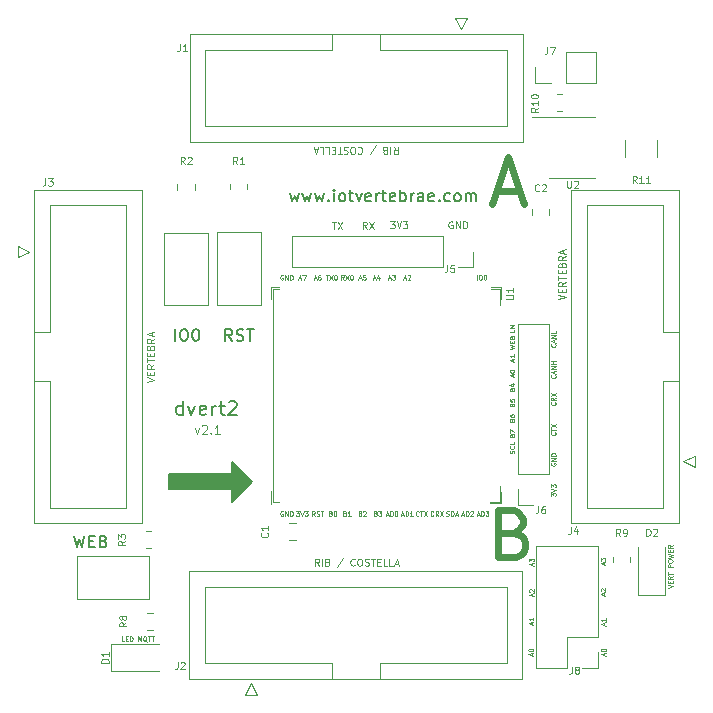
<source format=gbr>
%TF.GenerationSoftware,KiCad,Pcbnew,6.0.11+dfsg-1~bpo11+1*%
%TF.CreationDate,2023-07-05T16:28:11+02:00*%
%TF.ProjectId,dvert_21,64766572-745f-4323-912e-6b696361645f,rev?*%
%TF.SameCoordinates,Original*%
%TF.FileFunction,Legend,Top*%
%TF.FilePolarity,Positive*%
%FSLAX46Y46*%
G04 Gerber Fmt 4.6, Leading zero omitted, Abs format (unit mm)*
G04 Created by KiCad (PCBNEW 6.0.11+dfsg-1~bpo11+1) date 2023-07-05 16:28:11*
%MOMM*%
%LPD*%
G01*
G04 APERTURE LIST*
%ADD10C,0.150000*%
%ADD11C,0.080000*%
%ADD12C,0.100000*%
%ADD13C,0.120000*%
%ADD14C,0.600000*%
%ADD15C,0.200000*%
G04 APERTURE END LIST*
D10*
G36*
X134200000Y-103600000D02*
G01*
X132500000Y-105300000D01*
X132500000Y-104200000D01*
X127100000Y-104200000D01*
X127100000Y-102900000D01*
X132500000Y-102900000D01*
X132500000Y-101900000D01*
X134200000Y-103600000D01*
G37*
X134200000Y-103600000D02*
X132500000Y-105300000D01*
X132500000Y-104200000D01*
X127100000Y-104200000D01*
X127100000Y-102900000D01*
X132500000Y-102900000D01*
X132500000Y-101900000D01*
X134200000Y-103600000D01*
D11*
X153214285Y-106366666D02*
X153404761Y-106366666D01*
X153176190Y-106480952D02*
X153309523Y-106080952D01*
X153442857Y-106480952D01*
X153576190Y-106480952D02*
X153576190Y-106080952D01*
X153671428Y-106080952D01*
X153728571Y-106100000D01*
X153766666Y-106138095D01*
X153785714Y-106176190D01*
X153804761Y-106252380D01*
X153804761Y-106309523D01*
X153785714Y-106385714D01*
X153766666Y-106423809D01*
X153728571Y-106461904D01*
X153671428Y-106480952D01*
X153576190Y-106480952D01*
X153938095Y-106080952D02*
X154185714Y-106080952D01*
X154052380Y-106233333D01*
X154109523Y-106233333D01*
X154147619Y-106252380D01*
X154166666Y-106271428D01*
X154185714Y-106309523D01*
X154185714Y-106404761D01*
X154166666Y-106442857D01*
X154147619Y-106461904D01*
X154109523Y-106480952D01*
X153995238Y-106480952D01*
X153957142Y-106461904D01*
X153938095Y-106442857D01*
D12*
X125261428Y-95148571D02*
X125861428Y-94948571D01*
X125261428Y-94748571D01*
X125547142Y-94548571D02*
X125547142Y-94348571D01*
X125861428Y-94262857D02*
X125861428Y-94548571D01*
X125261428Y-94548571D01*
X125261428Y-94262857D01*
X125861428Y-93662857D02*
X125575714Y-93862857D01*
X125861428Y-94005714D02*
X125261428Y-94005714D01*
X125261428Y-93777142D01*
X125290000Y-93720000D01*
X125318571Y-93691428D01*
X125375714Y-93662857D01*
X125461428Y-93662857D01*
X125518571Y-93691428D01*
X125547142Y-93720000D01*
X125575714Y-93777142D01*
X125575714Y-94005714D01*
X125261428Y-93491428D02*
X125261428Y-93148571D01*
X125861428Y-93320000D02*
X125261428Y-93320000D01*
X125547142Y-92948571D02*
X125547142Y-92748571D01*
X125861428Y-92662857D02*
X125861428Y-92948571D01*
X125261428Y-92948571D01*
X125261428Y-92662857D01*
X125547142Y-92205714D02*
X125575714Y-92120000D01*
X125604285Y-92091428D01*
X125661428Y-92062857D01*
X125747142Y-92062857D01*
X125804285Y-92091428D01*
X125832857Y-92120000D01*
X125861428Y-92177142D01*
X125861428Y-92405714D01*
X125261428Y-92405714D01*
X125261428Y-92205714D01*
X125290000Y-92148571D01*
X125318571Y-92120000D01*
X125375714Y-92091428D01*
X125432857Y-92091428D01*
X125490000Y-92120000D01*
X125518571Y-92148571D01*
X125547142Y-92205714D01*
X125547142Y-92405714D01*
X125861428Y-91462857D02*
X125575714Y-91662857D01*
X125861428Y-91805714D02*
X125261428Y-91805714D01*
X125261428Y-91577142D01*
X125290000Y-91520000D01*
X125318571Y-91491428D01*
X125375714Y-91462857D01*
X125461428Y-91462857D01*
X125518571Y-91491428D01*
X125547142Y-91520000D01*
X125575714Y-91577142D01*
X125575714Y-91805714D01*
X125690000Y-91234285D02*
X125690000Y-90948571D01*
X125861428Y-91291428D02*
X125261428Y-91091428D01*
X125861428Y-90891428D01*
D11*
X159842857Y-94566666D02*
X159861904Y-94585714D01*
X159880952Y-94642857D01*
X159880952Y-94680952D01*
X159861904Y-94738095D01*
X159823809Y-94776190D01*
X159785714Y-94795238D01*
X159709523Y-94814285D01*
X159652380Y-94814285D01*
X159576190Y-94795238D01*
X159538095Y-94776190D01*
X159500000Y-94738095D01*
X159480952Y-94680952D01*
X159480952Y-94642857D01*
X159500000Y-94585714D01*
X159519047Y-94566666D01*
X159766666Y-94414285D02*
X159766666Y-94223809D01*
X159880952Y-94452380D02*
X159480952Y-94319047D01*
X159880952Y-94185714D01*
X159880952Y-94052380D02*
X159480952Y-94052380D01*
X159880952Y-93823809D01*
X159480952Y-93823809D01*
X159880952Y-93633333D02*
X159480952Y-93633333D01*
X159671428Y-93633333D02*
X159671428Y-93404761D01*
X159880952Y-93404761D02*
X159480952Y-93404761D01*
X141942857Y-86480952D02*
X141809523Y-86290476D01*
X141714285Y-86480952D02*
X141714285Y-86080952D01*
X141866666Y-86080952D01*
X141904761Y-86100000D01*
X141923809Y-86119047D01*
X141942857Y-86157142D01*
X141942857Y-86214285D01*
X141923809Y-86252380D01*
X141904761Y-86271428D01*
X141866666Y-86290476D01*
X141714285Y-86290476D01*
X142076190Y-86080952D02*
X142342857Y-86480952D01*
X142342857Y-86080952D02*
X142076190Y-86480952D01*
X142571428Y-86080952D02*
X142609523Y-86080952D01*
X142647619Y-86100000D01*
X142666666Y-86119047D01*
X142685714Y-86157142D01*
X142704761Y-86233333D01*
X142704761Y-86328571D01*
X142685714Y-86404761D01*
X142666666Y-86442857D01*
X142647619Y-86461904D01*
X142609523Y-86480952D01*
X142571428Y-86480952D01*
X142533333Y-86461904D01*
X142514285Y-86442857D01*
X142495238Y-86404761D01*
X142476190Y-86328571D01*
X142476190Y-86233333D01*
X142495238Y-86157142D01*
X142514285Y-86119047D01*
X142533333Y-86100000D01*
X142571428Y-86080952D01*
X138114285Y-86366666D02*
X138304761Y-86366666D01*
X138076190Y-86480952D02*
X138209523Y-86080952D01*
X138342857Y-86480952D01*
X138438095Y-86080952D02*
X138704761Y-86080952D01*
X138533333Y-86480952D01*
X145514285Y-106366666D02*
X145704761Y-106366666D01*
X145476190Y-106480952D02*
X145609523Y-106080952D01*
X145742857Y-106480952D01*
X145876190Y-106480952D02*
X145876190Y-106080952D01*
X145971428Y-106080952D01*
X146028571Y-106100000D01*
X146066666Y-106138095D01*
X146085714Y-106176190D01*
X146104761Y-106252380D01*
X146104761Y-106309523D01*
X146085714Y-106385714D01*
X146066666Y-106423809D01*
X146028571Y-106461904D01*
X145971428Y-106480952D01*
X145876190Y-106480952D01*
X146352380Y-106080952D02*
X146390476Y-106080952D01*
X146428571Y-106100000D01*
X146447619Y-106119047D01*
X146466666Y-106157142D01*
X146485714Y-106233333D01*
X146485714Y-106328571D01*
X146466666Y-106404761D01*
X146447619Y-106442857D01*
X146428571Y-106461904D01*
X146390476Y-106480952D01*
X146352380Y-106480952D01*
X146314285Y-106461904D01*
X146295238Y-106442857D01*
X146276190Y-106404761D01*
X146257142Y-106328571D01*
X146257142Y-106233333D01*
X146276190Y-106157142D01*
X146295238Y-106119047D01*
X146314285Y-106100000D01*
X146352380Y-106080952D01*
X156266666Y-93385714D02*
X156266666Y-93195238D01*
X156380952Y-93423809D02*
X155980952Y-93290476D01*
X156380952Y-93157142D01*
X156380952Y-92814285D02*
X156380952Y-93042857D01*
X156380952Y-92928571D02*
X155980952Y-92928571D01*
X156038095Y-92966666D01*
X156076190Y-93004761D01*
X156095238Y-93042857D01*
X149533333Y-106442857D02*
X149514285Y-106461904D01*
X149457142Y-106480952D01*
X149419047Y-106480952D01*
X149361904Y-106461904D01*
X149323809Y-106423809D01*
X149304761Y-106385714D01*
X149285714Y-106309523D01*
X149285714Y-106252380D01*
X149304761Y-106176190D01*
X149323809Y-106138095D01*
X149361904Y-106100000D01*
X149419047Y-106080952D01*
X149457142Y-106080952D01*
X149514285Y-106100000D01*
X149533333Y-106119047D01*
X149933333Y-106480952D02*
X149800000Y-106290476D01*
X149704761Y-106480952D02*
X149704761Y-106080952D01*
X149857142Y-106080952D01*
X149895238Y-106100000D01*
X149914285Y-106119047D01*
X149933333Y-106157142D01*
X149933333Y-106214285D01*
X149914285Y-106252380D01*
X149895238Y-106271428D01*
X149857142Y-106290476D01*
X149704761Y-106290476D01*
X150066666Y-106080952D02*
X150333333Y-106480952D01*
X150333333Y-106080952D02*
X150066666Y-106480952D01*
X159480952Y-104795238D02*
X159480952Y-104547619D01*
X159633333Y-104680952D01*
X159633333Y-104623809D01*
X159652380Y-104585714D01*
X159671428Y-104566666D01*
X159709523Y-104547619D01*
X159804761Y-104547619D01*
X159842857Y-104566666D01*
X159861904Y-104585714D01*
X159880952Y-104623809D01*
X159880952Y-104738095D01*
X159861904Y-104776190D01*
X159842857Y-104795238D01*
X159480952Y-104433333D02*
X159880952Y-104300000D01*
X159480952Y-104166666D01*
X159480952Y-104071428D02*
X159480952Y-103823809D01*
X159633333Y-103957142D01*
X159633333Y-103900000D01*
X159652380Y-103861904D01*
X159671428Y-103842857D01*
X159709523Y-103823809D01*
X159804761Y-103823809D01*
X159842857Y-103842857D01*
X159861904Y-103861904D01*
X159880952Y-103900000D01*
X159880952Y-104014285D01*
X159861904Y-104052380D01*
X159842857Y-104071428D01*
X143214285Y-86366666D02*
X143404761Y-86366666D01*
X143176190Y-86480952D02*
X143309523Y-86080952D01*
X143442857Y-86480952D01*
X143766666Y-86080952D02*
X143576190Y-86080952D01*
X143557142Y-86271428D01*
X143576190Y-86252380D01*
X143614285Y-86233333D01*
X143709523Y-86233333D01*
X143747619Y-86252380D01*
X143766666Y-86271428D01*
X143785714Y-86309523D01*
X143785714Y-86404761D01*
X143766666Y-86442857D01*
X143747619Y-86461904D01*
X143709523Y-86480952D01*
X143614285Y-86480952D01*
X143576190Y-86461904D01*
X143557142Y-86442857D01*
X137904761Y-106080952D02*
X138152380Y-106080952D01*
X138019047Y-106233333D01*
X138076190Y-106233333D01*
X138114285Y-106252380D01*
X138133333Y-106271428D01*
X138152380Y-106309523D01*
X138152380Y-106404761D01*
X138133333Y-106442857D01*
X138114285Y-106461904D01*
X138076190Y-106480952D01*
X137961904Y-106480952D01*
X137923809Y-106461904D01*
X137904761Y-106442857D01*
X138266666Y-106080952D02*
X138400000Y-106480952D01*
X138533333Y-106080952D01*
X138628571Y-106080952D02*
X138876190Y-106080952D01*
X138742857Y-106233333D01*
X138800000Y-106233333D01*
X138838095Y-106252380D01*
X138857142Y-106271428D01*
X138876190Y-106309523D01*
X138876190Y-106404761D01*
X138857142Y-106442857D01*
X138838095Y-106461904D01*
X138800000Y-106480952D01*
X138685714Y-106480952D01*
X138647619Y-106461904D01*
X138628571Y-106442857D01*
D12*
X143880000Y-82171428D02*
X143680000Y-81885714D01*
X143537142Y-82171428D02*
X143537142Y-81571428D01*
X143765714Y-81571428D01*
X143822857Y-81600000D01*
X143851428Y-81628571D01*
X143880000Y-81685714D01*
X143880000Y-81771428D01*
X143851428Y-81828571D01*
X143822857Y-81857142D01*
X143765714Y-81885714D01*
X143537142Y-81885714D01*
X144080000Y-81571428D02*
X144480000Y-82171428D01*
X144480000Y-81571428D02*
X144080000Y-82171428D01*
D11*
X156171428Y-98361904D02*
X156190476Y-98304761D01*
X156209523Y-98285714D01*
X156247619Y-98266666D01*
X156304761Y-98266666D01*
X156342857Y-98285714D01*
X156361904Y-98304761D01*
X156380952Y-98342857D01*
X156380952Y-98495238D01*
X155980952Y-98495238D01*
X155980952Y-98361904D01*
X156000000Y-98323809D01*
X156019047Y-98304761D01*
X156057142Y-98285714D01*
X156095238Y-98285714D01*
X156133333Y-98304761D01*
X156152380Y-98323809D01*
X156171428Y-98361904D01*
X156171428Y-98495238D01*
X155980952Y-97923809D02*
X155980952Y-98000000D01*
X156000000Y-98038095D01*
X156019047Y-98057142D01*
X156076190Y-98095238D01*
X156152380Y-98114285D01*
X156304761Y-98114285D01*
X156342857Y-98095238D01*
X156361904Y-98076190D01*
X156380952Y-98038095D01*
X156380952Y-97961904D01*
X156361904Y-97923809D01*
X156342857Y-97904761D01*
X156304761Y-97885714D01*
X156209523Y-97885714D01*
X156171428Y-97904761D01*
X156152380Y-97923809D01*
X156133333Y-97961904D01*
X156133333Y-98038095D01*
X156152380Y-98076190D01*
X156171428Y-98095238D01*
X156209523Y-98114285D01*
X157906666Y-110665714D02*
X157906666Y-110475238D01*
X158020952Y-110703809D02*
X157620952Y-110570476D01*
X158020952Y-110437142D01*
X157620952Y-110341904D02*
X157620952Y-110094285D01*
X157773333Y-110227619D01*
X157773333Y-110170476D01*
X157792380Y-110132380D01*
X157811428Y-110113333D01*
X157849523Y-110094285D01*
X157944761Y-110094285D01*
X157982857Y-110113333D01*
X158001904Y-110132380D01*
X158020952Y-110170476D01*
X158020952Y-110284761D01*
X158001904Y-110322857D01*
X157982857Y-110341904D01*
D13*
X129328571Y-99039285D02*
X129507142Y-99539285D01*
X129685714Y-99039285D01*
X129935714Y-98860714D02*
X129971428Y-98825000D01*
X130042857Y-98789285D01*
X130221428Y-98789285D01*
X130292857Y-98825000D01*
X130328571Y-98860714D01*
X130364285Y-98932142D01*
X130364285Y-99003571D01*
X130328571Y-99110714D01*
X129900000Y-99539285D01*
X130364285Y-99539285D01*
X130685714Y-99467857D02*
X130721428Y-99503571D01*
X130685714Y-99539285D01*
X130650000Y-99503571D01*
X130685714Y-99467857D01*
X130685714Y-99539285D01*
X131435714Y-99539285D02*
X131007142Y-99539285D01*
X131221428Y-99539285D02*
X131221428Y-98789285D01*
X131150000Y-98896428D01*
X131078571Y-98967857D01*
X131007142Y-99003571D01*
D11*
X148280952Y-106442857D02*
X148261904Y-106461904D01*
X148204761Y-106480952D01*
X148166666Y-106480952D01*
X148109523Y-106461904D01*
X148071428Y-106423809D01*
X148052380Y-106385714D01*
X148033333Y-106309523D01*
X148033333Y-106252380D01*
X148052380Y-106176190D01*
X148071428Y-106138095D01*
X148109523Y-106100000D01*
X148166666Y-106080952D01*
X148204761Y-106080952D01*
X148261904Y-106100000D01*
X148280952Y-106119047D01*
X148395238Y-106080952D02*
X148623809Y-106080952D01*
X148509523Y-106480952D02*
X148509523Y-106080952D01*
X148719047Y-106080952D02*
X148985714Y-106480952D01*
X148985714Y-106080952D02*
X148719047Y-106480952D01*
D14*
X154877619Y-78946666D02*
X156782380Y-78946666D01*
X154496666Y-80089523D02*
X155830000Y-76089523D01*
X157163333Y-80089523D01*
D11*
X155980952Y-92352380D02*
X156380952Y-92257142D01*
X156095238Y-92180952D01*
X156380952Y-92104761D01*
X155980952Y-92009523D01*
X156171428Y-91857142D02*
X156171428Y-91723809D01*
X156380952Y-91666666D02*
X156380952Y-91857142D01*
X155980952Y-91857142D01*
X155980952Y-91666666D01*
X156171428Y-91361904D02*
X156190476Y-91304761D01*
X156209523Y-91285714D01*
X156247619Y-91266666D01*
X156304761Y-91266666D01*
X156342857Y-91285714D01*
X156361904Y-91304761D01*
X156380952Y-91342857D01*
X156380952Y-91495238D01*
X155980952Y-91495238D01*
X155980952Y-91361904D01*
X156000000Y-91323809D01*
X156019047Y-91304761D01*
X156057142Y-91285714D01*
X156095238Y-91285714D01*
X156133333Y-91304761D01*
X156152380Y-91323809D01*
X156171428Y-91361904D01*
X156171428Y-91495238D01*
D14*
X156315714Y-107904285D02*
X156887142Y-108094761D01*
X157077619Y-108285238D01*
X157268095Y-108666190D01*
X157268095Y-109237619D01*
X157077619Y-109618571D01*
X156887142Y-109809047D01*
X156506190Y-109999523D01*
X154982380Y-109999523D01*
X154982380Y-105999523D01*
X156315714Y-105999523D01*
X156696666Y-106190000D01*
X156887142Y-106380476D01*
X157077619Y-106761428D01*
X157077619Y-107142380D01*
X156887142Y-107523333D01*
X156696666Y-107713809D01*
X156315714Y-107904285D01*
X154982380Y-107904285D01*
D11*
X156171428Y-99661904D02*
X156190476Y-99604761D01*
X156209523Y-99585714D01*
X156247619Y-99566666D01*
X156304761Y-99566666D01*
X156342857Y-99585714D01*
X156361904Y-99604761D01*
X156380952Y-99642857D01*
X156380952Y-99795238D01*
X155980952Y-99795238D01*
X155980952Y-99661904D01*
X156000000Y-99623809D01*
X156019047Y-99604761D01*
X156057142Y-99585714D01*
X156095238Y-99585714D01*
X156133333Y-99604761D01*
X156152380Y-99623809D01*
X156171428Y-99661904D01*
X156171428Y-99795238D01*
X155980952Y-99433333D02*
X155980952Y-99166666D01*
X156380952Y-99338095D01*
X151914285Y-106366666D02*
X152104761Y-106366666D01*
X151876190Y-106480952D02*
X152009523Y-106080952D01*
X152142857Y-106480952D01*
X152276190Y-106480952D02*
X152276190Y-106080952D01*
X152371428Y-106080952D01*
X152428571Y-106100000D01*
X152466666Y-106138095D01*
X152485714Y-106176190D01*
X152504761Y-106252380D01*
X152504761Y-106309523D01*
X152485714Y-106385714D01*
X152466666Y-106423809D01*
X152428571Y-106461904D01*
X152371428Y-106480952D01*
X152276190Y-106480952D01*
X152657142Y-106119047D02*
X152676190Y-106100000D01*
X152714285Y-106080952D01*
X152809523Y-106080952D01*
X152847619Y-106100000D01*
X152866666Y-106119047D01*
X152885714Y-106157142D01*
X152885714Y-106195238D01*
X152866666Y-106252380D01*
X152638095Y-106480952D01*
X152885714Y-106480952D01*
X153200000Y-86480952D02*
X153200000Y-86080952D01*
X153466666Y-86080952D02*
X153542857Y-86080952D01*
X153580952Y-86100000D01*
X153619047Y-86138095D01*
X153638095Y-86214285D01*
X153638095Y-86347619D01*
X153619047Y-86423809D01*
X153580952Y-86461904D01*
X153542857Y-86480952D01*
X153466666Y-86480952D01*
X153428571Y-86461904D01*
X153390476Y-86423809D01*
X153371428Y-86347619D01*
X153371428Y-86214285D01*
X153390476Y-86138095D01*
X153428571Y-86100000D01*
X153466666Y-86080952D01*
X153885714Y-86080952D02*
X153923809Y-86080952D01*
X153961904Y-86100000D01*
X153980952Y-86119047D01*
X154000000Y-86157142D01*
X154019047Y-86233333D01*
X154019047Y-86328571D01*
X154000000Y-86404761D01*
X153980952Y-86442857D01*
X153961904Y-86461904D01*
X153923809Y-86480952D01*
X153885714Y-86480952D01*
X153847619Y-86461904D01*
X153828571Y-86442857D01*
X153809523Y-86404761D01*
X153790476Y-86328571D01*
X153790476Y-86233333D01*
X153809523Y-86157142D01*
X153828571Y-86119047D01*
X153847619Y-86100000D01*
X153885714Y-86080952D01*
X140404761Y-86080952D02*
X140633333Y-86080952D01*
X140519047Y-86480952D02*
X140519047Y-86080952D01*
X140728571Y-86080952D02*
X140995238Y-86480952D01*
X140995238Y-86080952D02*
X140728571Y-86480952D01*
X141223809Y-86080952D02*
X141261904Y-86080952D01*
X141300000Y-86100000D01*
X141319047Y-86119047D01*
X141338095Y-86157142D01*
X141357142Y-86233333D01*
X141357142Y-86328571D01*
X141338095Y-86404761D01*
X141319047Y-86442857D01*
X141300000Y-86461904D01*
X141261904Y-86480952D01*
X141223809Y-86480952D01*
X141185714Y-86461904D01*
X141166666Y-86442857D01*
X141147619Y-86404761D01*
X141128571Y-86328571D01*
X141128571Y-86233333D01*
X141147619Y-86157142D01*
X141166666Y-86119047D01*
X141185714Y-86100000D01*
X141223809Y-86080952D01*
X159842857Y-91919047D02*
X159861904Y-91938095D01*
X159880952Y-91995238D01*
X159880952Y-92033333D01*
X159861904Y-92090476D01*
X159823809Y-92128571D01*
X159785714Y-92147619D01*
X159709523Y-92166666D01*
X159652380Y-92166666D01*
X159576190Y-92147619D01*
X159538095Y-92128571D01*
X159500000Y-92090476D01*
X159480952Y-92033333D01*
X159480952Y-91995238D01*
X159500000Y-91938095D01*
X159519047Y-91919047D01*
X159766666Y-91766666D02*
X159766666Y-91576190D01*
X159880952Y-91804761D02*
X159480952Y-91671428D01*
X159880952Y-91538095D01*
X159880952Y-91404761D02*
X159480952Y-91404761D01*
X159880952Y-91176190D01*
X159480952Y-91176190D01*
X159880952Y-90795238D02*
X159880952Y-90985714D01*
X159480952Y-90985714D01*
X163986666Y-115725714D02*
X163986666Y-115535238D01*
X164100952Y-115763809D02*
X163700952Y-115630476D01*
X164100952Y-115497142D01*
X164100952Y-115154285D02*
X164100952Y-115382857D01*
X164100952Y-115268571D02*
X163700952Y-115268571D01*
X163758095Y-115306666D01*
X163796190Y-115344761D01*
X163815238Y-115382857D01*
X163966666Y-110595714D02*
X163966666Y-110405238D01*
X164080952Y-110633809D02*
X163680952Y-110500476D01*
X164080952Y-110367142D01*
X163680952Y-110271904D02*
X163680952Y-110024285D01*
X163833333Y-110157619D01*
X163833333Y-110100476D01*
X163852380Y-110062380D01*
X163871428Y-110043333D01*
X163909523Y-110024285D01*
X164004761Y-110024285D01*
X164042857Y-110043333D01*
X164061904Y-110062380D01*
X164080952Y-110100476D01*
X164080952Y-110214761D01*
X164061904Y-110252857D01*
X164042857Y-110271904D01*
D12*
X140922857Y-81611428D02*
X141265714Y-81611428D01*
X141094285Y-82211428D02*
X141094285Y-81611428D01*
X141408571Y-81611428D02*
X141808571Y-82211428D01*
X141808571Y-81611428D02*
X141408571Y-82211428D01*
D11*
X169370952Y-112588095D02*
X169770952Y-112454761D01*
X169370952Y-112321428D01*
X169561428Y-112188095D02*
X169561428Y-112054761D01*
X169770952Y-111997619D02*
X169770952Y-112188095D01*
X169370952Y-112188095D01*
X169370952Y-111997619D01*
X169770952Y-111597619D02*
X169580476Y-111730952D01*
X169770952Y-111826190D02*
X169370952Y-111826190D01*
X169370952Y-111673809D01*
X169390000Y-111635714D01*
X169409047Y-111616666D01*
X169447142Y-111597619D01*
X169504285Y-111597619D01*
X169542380Y-111616666D01*
X169561428Y-111635714D01*
X169580476Y-111673809D01*
X169580476Y-111826190D01*
X169370952Y-111483333D02*
X169370952Y-111254761D01*
X169770952Y-111369047D02*
X169370952Y-111369047D01*
X169770952Y-110816666D02*
X169370952Y-110816666D01*
X169370952Y-110664285D01*
X169390000Y-110626190D01*
X169409047Y-110607142D01*
X169447142Y-110588095D01*
X169504285Y-110588095D01*
X169542380Y-110607142D01*
X169561428Y-110626190D01*
X169580476Y-110664285D01*
X169580476Y-110816666D01*
X169370952Y-110340476D02*
X169370952Y-110264285D01*
X169390000Y-110226190D01*
X169428095Y-110188095D01*
X169504285Y-110169047D01*
X169637619Y-110169047D01*
X169713809Y-110188095D01*
X169751904Y-110226190D01*
X169770952Y-110264285D01*
X169770952Y-110340476D01*
X169751904Y-110378571D01*
X169713809Y-110416666D01*
X169637619Y-110435714D01*
X169504285Y-110435714D01*
X169428095Y-110416666D01*
X169390000Y-110378571D01*
X169370952Y-110340476D01*
X169370952Y-110035714D02*
X169770952Y-109940476D01*
X169485238Y-109864285D01*
X169770952Y-109788095D01*
X169370952Y-109692857D01*
X169561428Y-109540476D02*
X169561428Y-109407142D01*
X169770952Y-109350000D02*
X169770952Y-109540476D01*
X169370952Y-109540476D01*
X169370952Y-109350000D01*
X169770952Y-108950000D02*
X169580476Y-109083333D01*
X169770952Y-109178571D02*
X169370952Y-109178571D01*
X169370952Y-109026190D01*
X169390000Y-108988095D01*
X169409047Y-108969047D01*
X169447142Y-108950000D01*
X169504285Y-108950000D01*
X169542380Y-108969047D01*
X169561428Y-108988095D01*
X169580476Y-109026190D01*
X169580476Y-109178571D01*
X150614285Y-106461904D02*
X150671428Y-106480952D01*
X150766666Y-106480952D01*
X150804761Y-106461904D01*
X150823809Y-106442857D01*
X150842857Y-106404761D01*
X150842857Y-106366666D01*
X150823809Y-106328571D01*
X150804761Y-106309523D01*
X150766666Y-106290476D01*
X150690476Y-106271428D01*
X150652380Y-106252380D01*
X150633333Y-106233333D01*
X150614285Y-106195238D01*
X150614285Y-106157142D01*
X150633333Y-106119047D01*
X150652380Y-106100000D01*
X150690476Y-106080952D01*
X150785714Y-106080952D01*
X150842857Y-106100000D01*
X151014285Y-106480952D02*
X151014285Y-106080952D01*
X151109523Y-106080952D01*
X151166666Y-106100000D01*
X151204761Y-106138095D01*
X151223809Y-106176190D01*
X151242857Y-106252380D01*
X151242857Y-106309523D01*
X151223809Y-106385714D01*
X151204761Y-106423809D01*
X151166666Y-106461904D01*
X151109523Y-106480952D01*
X151014285Y-106480952D01*
X151395238Y-106366666D02*
X151585714Y-106366666D01*
X151357142Y-106480952D02*
X151490476Y-106080952D01*
X151623809Y-106480952D01*
X156380952Y-90704761D02*
X156380952Y-90895238D01*
X155980952Y-90895238D01*
X156380952Y-90571428D02*
X155980952Y-90571428D01*
X156266666Y-90438095D01*
X155980952Y-90304761D01*
X156380952Y-90304761D01*
X123327619Y-117090952D02*
X123137142Y-117090952D01*
X123137142Y-116690952D01*
X123460952Y-116881428D02*
X123594285Y-116881428D01*
X123651428Y-117090952D02*
X123460952Y-117090952D01*
X123460952Y-116690952D01*
X123651428Y-116690952D01*
X123822857Y-117090952D02*
X123822857Y-116690952D01*
X123918095Y-116690952D01*
X123975238Y-116710000D01*
X124013333Y-116748095D01*
X124032380Y-116786190D01*
X124051428Y-116862380D01*
X124051428Y-116919523D01*
X124032380Y-116995714D01*
X124013333Y-117033809D01*
X123975238Y-117071904D01*
X123918095Y-117090952D01*
X123822857Y-117090952D01*
X124527619Y-117090952D02*
X124527619Y-116690952D01*
X124660952Y-116976666D01*
X124794285Y-116690952D01*
X124794285Y-117090952D01*
X125251428Y-117129047D02*
X125213333Y-117110000D01*
X125175238Y-117071904D01*
X125118095Y-117014761D01*
X125080000Y-116995714D01*
X125041904Y-116995714D01*
X125060952Y-117090952D02*
X125022857Y-117071904D01*
X124984761Y-117033809D01*
X124965714Y-116957619D01*
X124965714Y-116824285D01*
X124984761Y-116748095D01*
X125022857Y-116710000D01*
X125060952Y-116690952D01*
X125137142Y-116690952D01*
X125175238Y-116710000D01*
X125213333Y-116748095D01*
X125232380Y-116824285D01*
X125232380Y-116957619D01*
X125213333Y-117033809D01*
X125175238Y-117071904D01*
X125137142Y-117090952D01*
X125060952Y-117090952D01*
X125346666Y-116690952D02*
X125575238Y-116690952D01*
X125460952Y-117090952D02*
X125460952Y-116690952D01*
X125651428Y-116690952D02*
X125880000Y-116690952D01*
X125765714Y-117090952D02*
X125765714Y-116690952D01*
X147014285Y-86366666D02*
X147204761Y-86366666D01*
X146976190Y-86480952D02*
X147109523Y-86080952D01*
X147242857Y-86480952D01*
X147357142Y-86119047D02*
X147376190Y-86100000D01*
X147414285Y-86080952D01*
X147509523Y-86080952D01*
X147547619Y-86100000D01*
X147566666Y-86119047D01*
X147585714Y-86157142D01*
X147585714Y-86195238D01*
X147566666Y-86252380D01*
X147338095Y-86480952D01*
X147585714Y-86480952D01*
D15*
X128300000Y-97942857D02*
X128300000Y-96742857D01*
X128300000Y-97885714D02*
X128185714Y-97942857D01*
X127957142Y-97942857D01*
X127842857Y-97885714D01*
X127785714Y-97828571D01*
X127728571Y-97714285D01*
X127728571Y-97371428D01*
X127785714Y-97257142D01*
X127842857Y-97200000D01*
X127957142Y-97142857D01*
X128185714Y-97142857D01*
X128300000Y-97200000D01*
X128757142Y-97142857D02*
X129042857Y-97942857D01*
X129328571Y-97142857D01*
X130242857Y-97885714D02*
X130128571Y-97942857D01*
X129900000Y-97942857D01*
X129785714Y-97885714D01*
X129728571Y-97771428D01*
X129728571Y-97314285D01*
X129785714Y-97200000D01*
X129900000Y-97142857D01*
X130128571Y-97142857D01*
X130242857Y-97200000D01*
X130300000Y-97314285D01*
X130300000Y-97428571D01*
X129728571Y-97542857D01*
X130814285Y-97942857D02*
X130814285Y-97142857D01*
X130814285Y-97371428D02*
X130871428Y-97257142D01*
X130928571Y-97200000D01*
X131042857Y-97142857D01*
X131157142Y-97142857D01*
X131385714Y-97142857D02*
X131842857Y-97142857D01*
X131557142Y-96742857D02*
X131557142Y-97771428D01*
X131614285Y-97885714D01*
X131728571Y-97942857D01*
X131842857Y-97942857D01*
X132185714Y-96857142D02*
X132242857Y-96800000D01*
X132357142Y-96742857D01*
X132642857Y-96742857D01*
X132757142Y-96800000D01*
X132814285Y-96857142D01*
X132871428Y-96971428D01*
X132871428Y-97085714D01*
X132814285Y-97257142D01*
X132128571Y-97942857D01*
X132871428Y-97942857D01*
D11*
X140838095Y-106271428D02*
X140895238Y-106290476D01*
X140914285Y-106309523D01*
X140933333Y-106347619D01*
X140933333Y-106404761D01*
X140914285Y-106442857D01*
X140895238Y-106461904D01*
X140857142Y-106480952D01*
X140704761Y-106480952D01*
X140704761Y-106080952D01*
X140838095Y-106080952D01*
X140876190Y-106100000D01*
X140895238Y-106119047D01*
X140914285Y-106157142D01*
X140914285Y-106195238D01*
X140895238Y-106233333D01*
X140876190Y-106252380D01*
X140838095Y-106271428D01*
X140704761Y-106271428D01*
X141180952Y-106080952D02*
X141219047Y-106080952D01*
X141257142Y-106100000D01*
X141276190Y-106119047D01*
X141295238Y-106157142D01*
X141314285Y-106233333D01*
X141314285Y-106328571D01*
X141295238Y-106404761D01*
X141276190Y-106442857D01*
X141257142Y-106461904D01*
X141219047Y-106480952D01*
X141180952Y-106480952D01*
X141142857Y-106461904D01*
X141123809Y-106442857D01*
X141104761Y-106404761D01*
X141085714Y-106328571D01*
X141085714Y-106233333D01*
X141104761Y-106157142D01*
X141123809Y-106119047D01*
X141142857Y-106100000D01*
X141180952Y-106080952D01*
D12*
X146151428Y-75228571D02*
X146351428Y-75514285D01*
X146494285Y-75228571D02*
X146494285Y-75828571D01*
X146265714Y-75828571D01*
X146208571Y-75800000D01*
X146180000Y-75771428D01*
X146151428Y-75714285D01*
X146151428Y-75628571D01*
X146180000Y-75571428D01*
X146208571Y-75542857D01*
X146265714Y-75514285D01*
X146494285Y-75514285D01*
X145894285Y-75228571D02*
X145894285Y-75828571D01*
X145408571Y-75542857D02*
X145322857Y-75514285D01*
X145294285Y-75485714D01*
X145265714Y-75428571D01*
X145265714Y-75342857D01*
X145294285Y-75285714D01*
X145322857Y-75257142D01*
X145380000Y-75228571D01*
X145608571Y-75228571D01*
X145608571Y-75828571D01*
X145408571Y-75828571D01*
X145351428Y-75800000D01*
X145322857Y-75771428D01*
X145294285Y-75714285D01*
X145294285Y-75657142D01*
X145322857Y-75600000D01*
X145351428Y-75571428D01*
X145408571Y-75542857D01*
X145608571Y-75542857D01*
X144122857Y-75857142D02*
X144637142Y-75085714D01*
X143122857Y-75285714D02*
X143151428Y-75257142D01*
X143237142Y-75228571D01*
X143294285Y-75228571D01*
X143380000Y-75257142D01*
X143437142Y-75314285D01*
X143465714Y-75371428D01*
X143494285Y-75485714D01*
X143494285Y-75571428D01*
X143465714Y-75685714D01*
X143437142Y-75742857D01*
X143380000Y-75800000D01*
X143294285Y-75828571D01*
X143237142Y-75828571D01*
X143151428Y-75800000D01*
X143122857Y-75771428D01*
X142751428Y-75828571D02*
X142637142Y-75828571D01*
X142580000Y-75800000D01*
X142522857Y-75742857D01*
X142494285Y-75628571D01*
X142494285Y-75428571D01*
X142522857Y-75314285D01*
X142580000Y-75257142D01*
X142637142Y-75228571D01*
X142751428Y-75228571D01*
X142808571Y-75257142D01*
X142865714Y-75314285D01*
X142894285Y-75428571D01*
X142894285Y-75628571D01*
X142865714Y-75742857D01*
X142808571Y-75800000D01*
X142751428Y-75828571D01*
X142265714Y-75257142D02*
X142180000Y-75228571D01*
X142037142Y-75228571D01*
X141980000Y-75257142D01*
X141951428Y-75285714D01*
X141922857Y-75342857D01*
X141922857Y-75400000D01*
X141951428Y-75457142D01*
X141980000Y-75485714D01*
X142037142Y-75514285D01*
X142151428Y-75542857D01*
X142208571Y-75571428D01*
X142237142Y-75600000D01*
X142265714Y-75657142D01*
X142265714Y-75714285D01*
X142237142Y-75771428D01*
X142208571Y-75800000D01*
X142151428Y-75828571D01*
X142008571Y-75828571D01*
X141922857Y-75800000D01*
X141751428Y-75828571D02*
X141408571Y-75828571D01*
X141580000Y-75228571D02*
X141580000Y-75828571D01*
X141208571Y-75542857D02*
X141008571Y-75542857D01*
X140922857Y-75228571D02*
X141208571Y-75228571D01*
X141208571Y-75828571D01*
X140922857Y-75828571D01*
X140380000Y-75228571D02*
X140665714Y-75228571D01*
X140665714Y-75828571D01*
X139894285Y-75228571D02*
X140180000Y-75228571D01*
X140180000Y-75828571D01*
X139722857Y-75400000D02*
X139437142Y-75400000D01*
X139780000Y-75228571D02*
X139580000Y-75828571D01*
X139380000Y-75228571D01*
D11*
X157916666Y-113255714D02*
X157916666Y-113065238D01*
X158030952Y-113293809D02*
X157630952Y-113160476D01*
X158030952Y-113027142D01*
X157669047Y-112912857D02*
X157650000Y-112893809D01*
X157630952Y-112855714D01*
X157630952Y-112760476D01*
X157650000Y-112722380D01*
X157669047Y-112703333D01*
X157707142Y-112684285D01*
X157745238Y-112684285D01*
X157802380Y-112703333D01*
X158030952Y-112931904D01*
X158030952Y-112684285D01*
X145714285Y-86366666D02*
X145904761Y-86366666D01*
X145676190Y-86480952D02*
X145809523Y-86080952D01*
X145942857Y-86480952D01*
X146038095Y-86080952D02*
X146285714Y-86080952D01*
X146152380Y-86233333D01*
X146209523Y-86233333D01*
X146247619Y-86252380D01*
X146266666Y-86271428D01*
X146285714Y-86309523D01*
X146285714Y-86404761D01*
X146266666Y-86442857D01*
X146247619Y-86461904D01*
X146209523Y-86480952D01*
X146095238Y-86480952D01*
X146057142Y-86461904D01*
X146038095Y-86442857D01*
X146814285Y-106366666D02*
X147004761Y-106366666D01*
X146776190Y-106480952D02*
X146909523Y-106080952D01*
X147042857Y-106480952D01*
X147176190Y-106480952D02*
X147176190Y-106080952D01*
X147271428Y-106080952D01*
X147328571Y-106100000D01*
X147366666Y-106138095D01*
X147385714Y-106176190D01*
X147404761Y-106252380D01*
X147404761Y-106309523D01*
X147385714Y-106385714D01*
X147366666Y-106423809D01*
X147328571Y-106461904D01*
X147271428Y-106480952D01*
X147176190Y-106480952D01*
X147785714Y-106480952D02*
X147557142Y-106480952D01*
X147671428Y-106480952D02*
X147671428Y-106080952D01*
X147633333Y-106138095D01*
X147595238Y-106176190D01*
X147557142Y-106195238D01*
X156266666Y-94685714D02*
X156266666Y-94495238D01*
X156380952Y-94723809D02*
X155980952Y-94590476D01*
X156380952Y-94457142D01*
X155980952Y-94247619D02*
X155980952Y-94209523D01*
X156000000Y-94171428D01*
X156019047Y-94152380D01*
X156057142Y-94133333D01*
X156133333Y-94114285D01*
X156228571Y-94114285D01*
X156304761Y-94133333D01*
X156342857Y-94152380D01*
X156361904Y-94171428D01*
X156380952Y-94209523D01*
X156380952Y-94247619D01*
X156361904Y-94285714D01*
X156342857Y-94304761D01*
X156304761Y-94323809D01*
X156228571Y-94342857D01*
X156133333Y-94342857D01*
X156057142Y-94323809D01*
X156019047Y-94304761D01*
X156000000Y-94285714D01*
X155980952Y-94247619D01*
X159842857Y-99419047D02*
X159861904Y-99438095D01*
X159880952Y-99495238D01*
X159880952Y-99533333D01*
X159861904Y-99590476D01*
X159823809Y-99628571D01*
X159785714Y-99647619D01*
X159709523Y-99666666D01*
X159652380Y-99666666D01*
X159576190Y-99647619D01*
X159538095Y-99628571D01*
X159500000Y-99590476D01*
X159480952Y-99533333D01*
X159480952Y-99495238D01*
X159500000Y-99438095D01*
X159519047Y-99419047D01*
X159480952Y-99304761D02*
X159480952Y-99076190D01*
X159880952Y-99190476D02*
X159480952Y-99190476D01*
X159480952Y-98980952D02*
X159880952Y-98714285D01*
X159480952Y-98714285D02*
X159880952Y-98980952D01*
X156361904Y-101176190D02*
X156380952Y-101119047D01*
X156380952Y-101023809D01*
X156361904Y-100985714D01*
X156342857Y-100966666D01*
X156304761Y-100947619D01*
X156266666Y-100947619D01*
X156228571Y-100966666D01*
X156209523Y-100985714D01*
X156190476Y-101023809D01*
X156171428Y-101100000D01*
X156152380Y-101138095D01*
X156133333Y-101157142D01*
X156095238Y-101176190D01*
X156057142Y-101176190D01*
X156019047Y-101157142D01*
X156000000Y-101138095D01*
X155980952Y-101100000D01*
X155980952Y-101004761D01*
X156000000Y-100947619D01*
X156342857Y-100547619D02*
X156361904Y-100566666D01*
X156380952Y-100623809D01*
X156380952Y-100661904D01*
X156361904Y-100719047D01*
X156323809Y-100757142D01*
X156285714Y-100776190D01*
X156209523Y-100795238D01*
X156152380Y-100795238D01*
X156076190Y-100776190D01*
X156038095Y-100757142D01*
X156000000Y-100719047D01*
X155980952Y-100661904D01*
X155980952Y-100623809D01*
X156000000Y-100566666D01*
X156019047Y-100547619D01*
X156380952Y-100185714D02*
X156380952Y-100376190D01*
X155980952Y-100376190D01*
D12*
X160111428Y-88158571D02*
X160711428Y-87958571D01*
X160111428Y-87758571D01*
X160397142Y-87558571D02*
X160397142Y-87358571D01*
X160711428Y-87272857D02*
X160711428Y-87558571D01*
X160111428Y-87558571D01*
X160111428Y-87272857D01*
X160711428Y-86672857D02*
X160425714Y-86872857D01*
X160711428Y-87015714D02*
X160111428Y-87015714D01*
X160111428Y-86787142D01*
X160140000Y-86730000D01*
X160168571Y-86701428D01*
X160225714Y-86672857D01*
X160311428Y-86672857D01*
X160368571Y-86701428D01*
X160397142Y-86730000D01*
X160425714Y-86787142D01*
X160425714Y-87015714D01*
X160111428Y-86501428D02*
X160111428Y-86158571D01*
X160711428Y-86330000D02*
X160111428Y-86330000D01*
X160397142Y-85958571D02*
X160397142Y-85758571D01*
X160711428Y-85672857D02*
X160711428Y-85958571D01*
X160111428Y-85958571D01*
X160111428Y-85672857D01*
X160397142Y-85215714D02*
X160425714Y-85130000D01*
X160454285Y-85101428D01*
X160511428Y-85072857D01*
X160597142Y-85072857D01*
X160654285Y-85101428D01*
X160682857Y-85130000D01*
X160711428Y-85187142D01*
X160711428Y-85415714D01*
X160111428Y-85415714D01*
X160111428Y-85215714D01*
X160140000Y-85158571D01*
X160168571Y-85130000D01*
X160225714Y-85101428D01*
X160282857Y-85101428D01*
X160340000Y-85130000D01*
X160368571Y-85158571D01*
X160397142Y-85215714D01*
X160397142Y-85415714D01*
X160711428Y-84472857D02*
X160425714Y-84672857D01*
X160711428Y-84815714D02*
X160111428Y-84815714D01*
X160111428Y-84587142D01*
X160140000Y-84530000D01*
X160168571Y-84501428D01*
X160225714Y-84472857D01*
X160311428Y-84472857D01*
X160368571Y-84501428D01*
X160397142Y-84530000D01*
X160425714Y-84587142D01*
X160425714Y-84815714D01*
X160540000Y-84244285D02*
X160540000Y-83958571D01*
X160711428Y-84301428D02*
X160111428Y-84101428D01*
X160711428Y-83901428D01*
X151132857Y-81570000D02*
X151075714Y-81541428D01*
X150990000Y-81541428D01*
X150904285Y-81570000D01*
X150847142Y-81627142D01*
X150818571Y-81684285D01*
X150790000Y-81798571D01*
X150790000Y-81884285D01*
X150818571Y-81998571D01*
X150847142Y-82055714D01*
X150904285Y-82112857D01*
X150990000Y-82141428D01*
X151047142Y-82141428D01*
X151132857Y-82112857D01*
X151161428Y-82084285D01*
X151161428Y-81884285D01*
X151047142Y-81884285D01*
X151418571Y-82141428D02*
X151418571Y-81541428D01*
X151761428Y-82141428D01*
X151761428Y-81541428D01*
X152047142Y-82141428D02*
X152047142Y-81541428D01*
X152190000Y-81541428D01*
X152275714Y-81570000D01*
X152332857Y-81627142D01*
X152361428Y-81684285D01*
X152390000Y-81798571D01*
X152390000Y-81884285D01*
X152361428Y-81998571D01*
X152332857Y-82055714D01*
X152275714Y-82112857D01*
X152190000Y-82141428D01*
X152047142Y-82141428D01*
D11*
X156171428Y-97061904D02*
X156190476Y-97004761D01*
X156209523Y-96985714D01*
X156247619Y-96966666D01*
X156304761Y-96966666D01*
X156342857Y-96985714D01*
X156361904Y-97004761D01*
X156380952Y-97042857D01*
X156380952Y-97195238D01*
X155980952Y-97195238D01*
X155980952Y-97061904D01*
X156000000Y-97023809D01*
X156019047Y-97004761D01*
X156057142Y-96985714D01*
X156095238Y-96985714D01*
X156133333Y-97004761D01*
X156152380Y-97023809D01*
X156171428Y-97061904D01*
X156171428Y-97195238D01*
X155980952Y-96604761D02*
X155980952Y-96795238D01*
X156171428Y-96814285D01*
X156152380Y-96795238D01*
X156133333Y-96757142D01*
X156133333Y-96661904D01*
X156152380Y-96623809D01*
X156171428Y-96604761D01*
X156209523Y-96585714D01*
X156304761Y-96585714D01*
X156342857Y-96604761D01*
X156361904Y-96623809D01*
X156380952Y-96661904D01*
X156380952Y-96757142D01*
X156361904Y-96795238D01*
X156342857Y-96814285D01*
X164006666Y-118295714D02*
X164006666Y-118105238D01*
X164120952Y-118333809D02*
X163720952Y-118200476D01*
X164120952Y-118067142D01*
X163720952Y-117857619D02*
X163720952Y-117819523D01*
X163740000Y-117781428D01*
X163759047Y-117762380D01*
X163797142Y-117743333D01*
X163873333Y-117724285D01*
X163968571Y-117724285D01*
X164044761Y-117743333D01*
X164082857Y-117762380D01*
X164101904Y-117781428D01*
X164120952Y-117819523D01*
X164120952Y-117857619D01*
X164101904Y-117895714D01*
X164082857Y-117914761D01*
X164044761Y-117933809D01*
X163968571Y-117952857D01*
X163873333Y-117952857D01*
X163797142Y-117933809D01*
X163759047Y-117914761D01*
X163740000Y-117895714D01*
X163720952Y-117857619D01*
X157856666Y-118285714D02*
X157856666Y-118095238D01*
X157970952Y-118323809D02*
X157570952Y-118190476D01*
X157970952Y-118057142D01*
X157570952Y-117847619D02*
X157570952Y-117809523D01*
X157590000Y-117771428D01*
X157609047Y-117752380D01*
X157647142Y-117733333D01*
X157723333Y-117714285D01*
X157818571Y-117714285D01*
X157894761Y-117733333D01*
X157932857Y-117752380D01*
X157951904Y-117771428D01*
X157970952Y-117809523D01*
X157970952Y-117847619D01*
X157951904Y-117885714D01*
X157932857Y-117904761D01*
X157894761Y-117923809D01*
X157818571Y-117942857D01*
X157723333Y-117942857D01*
X157647142Y-117923809D01*
X157609047Y-117904761D01*
X157590000Y-117885714D01*
X157570952Y-117847619D01*
X142038095Y-106271428D02*
X142095238Y-106290476D01*
X142114285Y-106309523D01*
X142133333Y-106347619D01*
X142133333Y-106404761D01*
X142114285Y-106442857D01*
X142095238Y-106461904D01*
X142057142Y-106480952D01*
X141904761Y-106480952D01*
X141904761Y-106080952D01*
X142038095Y-106080952D01*
X142076190Y-106100000D01*
X142095238Y-106119047D01*
X142114285Y-106157142D01*
X142114285Y-106195238D01*
X142095238Y-106233333D01*
X142076190Y-106252380D01*
X142038095Y-106271428D01*
X141904761Y-106271428D01*
X142514285Y-106480952D02*
X142285714Y-106480952D01*
X142400000Y-106480952D02*
X142400000Y-106080952D01*
X142361904Y-106138095D01*
X142323809Y-106176190D01*
X142285714Y-106195238D01*
X143338095Y-106271428D02*
X143395238Y-106290476D01*
X143414285Y-106309523D01*
X143433333Y-106347619D01*
X143433333Y-106404761D01*
X143414285Y-106442857D01*
X143395238Y-106461904D01*
X143357142Y-106480952D01*
X143204761Y-106480952D01*
X143204761Y-106080952D01*
X143338095Y-106080952D01*
X143376190Y-106100000D01*
X143395238Y-106119047D01*
X143414285Y-106157142D01*
X143414285Y-106195238D01*
X143395238Y-106233333D01*
X143376190Y-106252380D01*
X143338095Y-106271428D01*
X143204761Y-106271428D01*
X143585714Y-106119047D02*
X143604761Y-106100000D01*
X143642857Y-106080952D01*
X143738095Y-106080952D01*
X143776190Y-106100000D01*
X143795238Y-106119047D01*
X143814285Y-106157142D01*
X143814285Y-106195238D01*
X143795238Y-106252380D01*
X143566666Y-106480952D01*
X143814285Y-106480952D01*
X136795238Y-86100000D02*
X136757142Y-86080952D01*
X136700000Y-86080952D01*
X136642857Y-86100000D01*
X136604761Y-86138095D01*
X136585714Y-86176190D01*
X136566666Y-86252380D01*
X136566666Y-86309523D01*
X136585714Y-86385714D01*
X136604761Y-86423809D01*
X136642857Y-86461904D01*
X136700000Y-86480952D01*
X136738095Y-86480952D01*
X136795238Y-86461904D01*
X136814285Y-86442857D01*
X136814285Y-86309523D01*
X136738095Y-86309523D01*
X136985714Y-86480952D02*
X136985714Y-86080952D01*
X137214285Y-86480952D01*
X137214285Y-86080952D01*
X137404761Y-86480952D02*
X137404761Y-86080952D01*
X137500000Y-86080952D01*
X137557142Y-86100000D01*
X137595238Y-86138095D01*
X137614285Y-86176190D01*
X137633333Y-86252380D01*
X137633333Y-86309523D01*
X137614285Y-86385714D01*
X137595238Y-86423809D01*
X137557142Y-86461904D01*
X137500000Y-86480952D01*
X137404761Y-86480952D01*
X157886666Y-115665714D02*
X157886666Y-115475238D01*
X158000952Y-115703809D02*
X157600952Y-115570476D01*
X158000952Y-115437142D01*
X158000952Y-115094285D02*
X158000952Y-115322857D01*
X158000952Y-115208571D02*
X157600952Y-115208571D01*
X157658095Y-115246666D01*
X157696190Y-115284761D01*
X157715238Y-115322857D01*
X144414285Y-86366666D02*
X144604761Y-86366666D01*
X144376190Y-86480952D02*
X144509523Y-86080952D01*
X144642857Y-86480952D01*
X144947619Y-86214285D02*
X144947619Y-86480952D01*
X144852380Y-86061904D02*
X144757142Y-86347619D01*
X145004761Y-86347619D01*
X139480952Y-106480952D02*
X139347619Y-106290476D01*
X139252380Y-106480952D02*
X139252380Y-106080952D01*
X139404761Y-106080952D01*
X139442857Y-106100000D01*
X139461904Y-106119047D01*
X139480952Y-106157142D01*
X139480952Y-106214285D01*
X139461904Y-106252380D01*
X139442857Y-106271428D01*
X139404761Y-106290476D01*
X139252380Y-106290476D01*
X139633333Y-106461904D02*
X139690476Y-106480952D01*
X139785714Y-106480952D01*
X139823809Y-106461904D01*
X139842857Y-106442857D01*
X139861904Y-106404761D01*
X139861904Y-106366666D01*
X139842857Y-106328571D01*
X139823809Y-106309523D01*
X139785714Y-106290476D01*
X139709523Y-106271428D01*
X139671428Y-106252380D01*
X139652380Y-106233333D01*
X139633333Y-106195238D01*
X139633333Y-106157142D01*
X139652380Y-106119047D01*
X139671428Y-106100000D01*
X139709523Y-106080952D01*
X139804761Y-106080952D01*
X139861904Y-106100000D01*
X139976190Y-106080952D02*
X140204761Y-106080952D01*
X140090476Y-106480952D02*
X140090476Y-106080952D01*
X159842857Y-96866666D02*
X159861904Y-96885714D01*
X159880952Y-96942857D01*
X159880952Y-96980952D01*
X159861904Y-97038095D01*
X159823809Y-97076190D01*
X159785714Y-97095238D01*
X159709523Y-97114285D01*
X159652380Y-97114285D01*
X159576190Y-97095238D01*
X159538095Y-97076190D01*
X159500000Y-97038095D01*
X159480952Y-96980952D01*
X159480952Y-96942857D01*
X159500000Y-96885714D01*
X159519047Y-96866666D01*
X159880952Y-96466666D02*
X159690476Y-96600000D01*
X159880952Y-96695238D02*
X159480952Y-96695238D01*
X159480952Y-96542857D01*
X159500000Y-96504761D01*
X159519047Y-96485714D01*
X159557142Y-96466666D01*
X159614285Y-96466666D01*
X159652380Y-96485714D01*
X159671428Y-96504761D01*
X159690476Y-96542857D01*
X159690476Y-96695238D01*
X159480952Y-96333333D02*
X159880952Y-96066666D01*
X159480952Y-96066666D02*
X159880952Y-96333333D01*
X136795238Y-106100000D02*
X136757142Y-106080952D01*
X136700000Y-106080952D01*
X136642857Y-106100000D01*
X136604761Y-106138095D01*
X136585714Y-106176190D01*
X136566666Y-106252380D01*
X136566666Y-106309523D01*
X136585714Y-106385714D01*
X136604761Y-106423809D01*
X136642857Y-106461904D01*
X136700000Y-106480952D01*
X136738095Y-106480952D01*
X136795238Y-106461904D01*
X136814285Y-106442857D01*
X136814285Y-106309523D01*
X136738095Y-106309523D01*
X136985714Y-106480952D02*
X136985714Y-106080952D01*
X137214285Y-106480952D01*
X137214285Y-106080952D01*
X137404761Y-106480952D02*
X137404761Y-106080952D01*
X137500000Y-106080952D01*
X137557142Y-106100000D01*
X137595238Y-106138095D01*
X137614285Y-106176190D01*
X137633333Y-106252380D01*
X137633333Y-106309523D01*
X137614285Y-106385714D01*
X137595238Y-106423809D01*
X137557142Y-106461904D01*
X137500000Y-106480952D01*
X137404761Y-106480952D01*
X163976666Y-113195714D02*
X163976666Y-113005238D01*
X164090952Y-113233809D02*
X163690952Y-113100476D01*
X164090952Y-112967142D01*
X163729047Y-112852857D02*
X163710000Y-112833809D01*
X163690952Y-112795714D01*
X163690952Y-112700476D01*
X163710000Y-112662380D01*
X163729047Y-112643333D01*
X163767142Y-112624285D01*
X163805238Y-112624285D01*
X163862380Y-112643333D01*
X164090952Y-112871904D01*
X164090952Y-112624285D01*
X159500000Y-102004761D02*
X159480952Y-102042857D01*
X159480952Y-102100000D01*
X159500000Y-102157142D01*
X159538095Y-102195238D01*
X159576190Y-102214285D01*
X159652380Y-102233333D01*
X159709523Y-102233333D01*
X159785714Y-102214285D01*
X159823809Y-102195238D01*
X159861904Y-102157142D01*
X159880952Y-102100000D01*
X159880952Y-102061904D01*
X159861904Y-102004761D01*
X159842857Y-101985714D01*
X159709523Y-101985714D01*
X159709523Y-102061904D01*
X159880952Y-101814285D02*
X159480952Y-101814285D01*
X159880952Y-101585714D01*
X159480952Y-101585714D01*
X159880952Y-101395238D02*
X159480952Y-101395238D01*
X159480952Y-101300000D01*
X159500000Y-101242857D01*
X159538095Y-101204761D01*
X159576190Y-101185714D01*
X159652380Y-101166666D01*
X159709523Y-101166666D01*
X159785714Y-101185714D01*
X159823809Y-101204761D01*
X159861904Y-101242857D01*
X159880952Y-101300000D01*
X159880952Y-101395238D01*
D12*
X145867142Y-81541428D02*
X146238571Y-81541428D01*
X146038571Y-81770000D01*
X146124285Y-81770000D01*
X146181428Y-81798571D01*
X146210000Y-81827142D01*
X146238571Y-81884285D01*
X146238571Y-82027142D01*
X146210000Y-82084285D01*
X146181428Y-82112857D01*
X146124285Y-82141428D01*
X145952857Y-82141428D01*
X145895714Y-82112857D01*
X145867142Y-82084285D01*
X146410000Y-81541428D02*
X146610000Y-82141428D01*
X146810000Y-81541428D01*
X146952857Y-81541428D02*
X147324285Y-81541428D01*
X147124285Y-81770000D01*
X147210000Y-81770000D01*
X147267142Y-81798571D01*
X147295714Y-81827142D01*
X147324285Y-81884285D01*
X147324285Y-82027142D01*
X147295714Y-82084285D01*
X147267142Y-82112857D01*
X147210000Y-82141428D01*
X147038571Y-82141428D01*
X146981428Y-82112857D01*
X146952857Y-82084285D01*
X139838571Y-110701428D02*
X139638571Y-110415714D01*
X139495714Y-110701428D02*
X139495714Y-110101428D01*
X139724285Y-110101428D01*
X139781428Y-110130000D01*
X139810000Y-110158571D01*
X139838571Y-110215714D01*
X139838571Y-110301428D01*
X139810000Y-110358571D01*
X139781428Y-110387142D01*
X139724285Y-110415714D01*
X139495714Y-110415714D01*
X140095714Y-110701428D02*
X140095714Y-110101428D01*
X140581428Y-110387142D02*
X140667142Y-110415714D01*
X140695714Y-110444285D01*
X140724285Y-110501428D01*
X140724285Y-110587142D01*
X140695714Y-110644285D01*
X140667142Y-110672857D01*
X140610000Y-110701428D01*
X140381428Y-110701428D01*
X140381428Y-110101428D01*
X140581428Y-110101428D01*
X140638571Y-110130000D01*
X140667142Y-110158571D01*
X140695714Y-110215714D01*
X140695714Y-110272857D01*
X140667142Y-110330000D01*
X140638571Y-110358571D01*
X140581428Y-110387142D01*
X140381428Y-110387142D01*
X141867142Y-110072857D02*
X141352857Y-110844285D01*
X142867142Y-110644285D02*
X142838571Y-110672857D01*
X142752857Y-110701428D01*
X142695714Y-110701428D01*
X142610000Y-110672857D01*
X142552857Y-110615714D01*
X142524285Y-110558571D01*
X142495714Y-110444285D01*
X142495714Y-110358571D01*
X142524285Y-110244285D01*
X142552857Y-110187142D01*
X142610000Y-110130000D01*
X142695714Y-110101428D01*
X142752857Y-110101428D01*
X142838571Y-110130000D01*
X142867142Y-110158571D01*
X143238571Y-110101428D02*
X143352857Y-110101428D01*
X143410000Y-110130000D01*
X143467142Y-110187142D01*
X143495714Y-110301428D01*
X143495714Y-110501428D01*
X143467142Y-110615714D01*
X143410000Y-110672857D01*
X143352857Y-110701428D01*
X143238571Y-110701428D01*
X143181428Y-110672857D01*
X143124285Y-110615714D01*
X143095714Y-110501428D01*
X143095714Y-110301428D01*
X143124285Y-110187142D01*
X143181428Y-110130000D01*
X143238571Y-110101428D01*
X143724285Y-110672857D02*
X143810000Y-110701428D01*
X143952857Y-110701428D01*
X144010000Y-110672857D01*
X144038571Y-110644285D01*
X144067142Y-110587142D01*
X144067142Y-110530000D01*
X144038571Y-110472857D01*
X144010000Y-110444285D01*
X143952857Y-110415714D01*
X143838571Y-110387142D01*
X143781428Y-110358571D01*
X143752857Y-110330000D01*
X143724285Y-110272857D01*
X143724285Y-110215714D01*
X143752857Y-110158571D01*
X143781428Y-110130000D01*
X143838571Y-110101428D01*
X143981428Y-110101428D01*
X144067142Y-110130000D01*
X144238571Y-110101428D02*
X144581428Y-110101428D01*
X144410000Y-110701428D02*
X144410000Y-110101428D01*
X144781428Y-110387142D02*
X144981428Y-110387142D01*
X145067142Y-110701428D02*
X144781428Y-110701428D01*
X144781428Y-110101428D01*
X145067142Y-110101428D01*
X145610000Y-110701428D02*
X145324285Y-110701428D01*
X145324285Y-110101428D01*
X146095714Y-110701428D02*
X145810000Y-110701428D01*
X145810000Y-110101428D01*
X146267142Y-110530000D02*
X146552857Y-110530000D01*
X146210000Y-110701428D02*
X146410000Y-110101428D01*
X146610000Y-110701428D01*
D11*
X144638095Y-106271428D02*
X144695238Y-106290476D01*
X144714285Y-106309523D01*
X144733333Y-106347619D01*
X144733333Y-106404761D01*
X144714285Y-106442857D01*
X144695238Y-106461904D01*
X144657142Y-106480952D01*
X144504761Y-106480952D01*
X144504761Y-106080952D01*
X144638095Y-106080952D01*
X144676190Y-106100000D01*
X144695238Y-106119047D01*
X144714285Y-106157142D01*
X144714285Y-106195238D01*
X144695238Y-106233333D01*
X144676190Y-106252380D01*
X144638095Y-106271428D01*
X144504761Y-106271428D01*
X144866666Y-106080952D02*
X145114285Y-106080952D01*
X144980952Y-106233333D01*
X145038095Y-106233333D01*
X145076190Y-106252380D01*
X145095238Y-106271428D01*
X145114285Y-106309523D01*
X145114285Y-106404761D01*
X145095238Y-106442857D01*
X145076190Y-106461904D01*
X145038095Y-106480952D01*
X144923809Y-106480952D01*
X144885714Y-106461904D01*
X144866666Y-106442857D01*
X139414285Y-86366666D02*
X139604761Y-86366666D01*
X139376190Y-86480952D02*
X139509523Y-86080952D01*
X139642857Y-86480952D01*
X139947619Y-86080952D02*
X139871428Y-86080952D01*
X139833333Y-86100000D01*
X139814285Y-86119047D01*
X139776190Y-86176190D01*
X139757142Y-86252380D01*
X139757142Y-86404761D01*
X139776190Y-86442857D01*
X139795238Y-86461904D01*
X139833333Y-86480952D01*
X139909523Y-86480952D01*
X139947619Y-86461904D01*
X139966666Y-86442857D01*
X139985714Y-86404761D01*
X139985714Y-86309523D01*
X139966666Y-86271428D01*
X139947619Y-86252380D01*
X139909523Y-86233333D01*
X139833333Y-86233333D01*
X139795238Y-86252380D01*
X139776190Y-86271428D01*
X139757142Y-86309523D01*
X156171428Y-95761904D02*
X156190476Y-95704761D01*
X156209523Y-95685714D01*
X156247619Y-95666666D01*
X156304761Y-95666666D01*
X156342857Y-95685714D01*
X156361904Y-95704761D01*
X156380952Y-95742857D01*
X156380952Y-95895238D01*
X155980952Y-95895238D01*
X155980952Y-95761904D01*
X156000000Y-95723809D01*
X156019047Y-95704761D01*
X156057142Y-95685714D01*
X156095238Y-95685714D01*
X156133333Y-95704761D01*
X156152380Y-95723809D01*
X156171428Y-95761904D01*
X156171428Y-95895238D01*
X156114285Y-95323809D02*
X156380952Y-95323809D01*
X155961904Y-95419047D02*
X156247619Y-95514285D01*
X156247619Y-95266666D01*
D10*
X137395238Y-79185714D02*
X137585714Y-79852380D01*
X137776190Y-79376190D01*
X137966666Y-79852380D01*
X138157142Y-79185714D01*
X138442857Y-79185714D02*
X138633333Y-79852380D01*
X138823809Y-79376190D01*
X139014285Y-79852380D01*
X139204761Y-79185714D01*
X139490476Y-79185714D02*
X139680952Y-79852380D01*
X139871428Y-79376190D01*
X140061904Y-79852380D01*
X140252380Y-79185714D01*
X140633333Y-79757142D02*
X140680952Y-79804761D01*
X140633333Y-79852380D01*
X140585714Y-79804761D01*
X140633333Y-79757142D01*
X140633333Y-79852380D01*
X141109523Y-79852380D02*
X141109523Y-79185714D01*
X141109523Y-78852380D02*
X141061904Y-78900000D01*
X141109523Y-78947619D01*
X141157142Y-78900000D01*
X141109523Y-78852380D01*
X141109523Y-78947619D01*
X141728571Y-79852380D02*
X141633333Y-79804761D01*
X141585714Y-79757142D01*
X141538095Y-79661904D01*
X141538095Y-79376190D01*
X141585714Y-79280952D01*
X141633333Y-79233333D01*
X141728571Y-79185714D01*
X141871428Y-79185714D01*
X141966666Y-79233333D01*
X142014285Y-79280952D01*
X142061904Y-79376190D01*
X142061904Y-79661904D01*
X142014285Y-79757142D01*
X141966666Y-79804761D01*
X141871428Y-79852380D01*
X141728571Y-79852380D01*
X142347619Y-79185714D02*
X142728571Y-79185714D01*
X142490476Y-78852380D02*
X142490476Y-79709523D01*
X142538095Y-79804761D01*
X142633333Y-79852380D01*
X142728571Y-79852380D01*
X142966666Y-79185714D02*
X143204761Y-79852380D01*
X143442857Y-79185714D01*
X144204761Y-79804761D02*
X144109523Y-79852380D01*
X143919047Y-79852380D01*
X143823809Y-79804761D01*
X143776190Y-79709523D01*
X143776190Y-79328571D01*
X143823809Y-79233333D01*
X143919047Y-79185714D01*
X144109523Y-79185714D01*
X144204761Y-79233333D01*
X144252380Y-79328571D01*
X144252380Y-79423809D01*
X143776190Y-79519047D01*
X144680952Y-79852380D02*
X144680952Y-79185714D01*
X144680952Y-79376190D02*
X144728571Y-79280952D01*
X144776190Y-79233333D01*
X144871428Y-79185714D01*
X144966666Y-79185714D01*
X145157142Y-79185714D02*
X145538095Y-79185714D01*
X145300000Y-78852380D02*
X145300000Y-79709523D01*
X145347619Y-79804761D01*
X145442857Y-79852380D01*
X145538095Y-79852380D01*
X146252380Y-79804761D02*
X146157142Y-79852380D01*
X145966666Y-79852380D01*
X145871428Y-79804761D01*
X145823809Y-79709523D01*
X145823809Y-79328571D01*
X145871428Y-79233333D01*
X145966666Y-79185714D01*
X146157142Y-79185714D01*
X146252380Y-79233333D01*
X146300000Y-79328571D01*
X146300000Y-79423809D01*
X145823809Y-79519047D01*
X146728571Y-79852380D02*
X146728571Y-78852380D01*
X146728571Y-79233333D02*
X146823809Y-79185714D01*
X147014285Y-79185714D01*
X147109523Y-79233333D01*
X147157142Y-79280952D01*
X147204761Y-79376190D01*
X147204761Y-79661904D01*
X147157142Y-79757142D01*
X147109523Y-79804761D01*
X147014285Y-79852380D01*
X146823809Y-79852380D01*
X146728571Y-79804761D01*
X147633333Y-79852380D02*
X147633333Y-79185714D01*
X147633333Y-79376190D02*
X147680952Y-79280952D01*
X147728571Y-79233333D01*
X147823809Y-79185714D01*
X147919047Y-79185714D01*
X148680952Y-79852380D02*
X148680952Y-79328571D01*
X148633333Y-79233333D01*
X148538095Y-79185714D01*
X148347619Y-79185714D01*
X148252380Y-79233333D01*
X148680952Y-79804761D02*
X148585714Y-79852380D01*
X148347619Y-79852380D01*
X148252380Y-79804761D01*
X148204761Y-79709523D01*
X148204761Y-79614285D01*
X148252380Y-79519047D01*
X148347619Y-79471428D01*
X148585714Y-79471428D01*
X148680952Y-79423809D01*
X149538095Y-79804761D02*
X149442857Y-79852380D01*
X149252380Y-79852380D01*
X149157142Y-79804761D01*
X149109523Y-79709523D01*
X149109523Y-79328571D01*
X149157142Y-79233333D01*
X149252380Y-79185714D01*
X149442857Y-79185714D01*
X149538095Y-79233333D01*
X149585714Y-79328571D01*
X149585714Y-79423809D01*
X149109523Y-79519047D01*
X150014285Y-79757142D02*
X150061904Y-79804761D01*
X150014285Y-79852380D01*
X149966666Y-79804761D01*
X150014285Y-79757142D01*
X150014285Y-79852380D01*
X150919047Y-79804761D02*
X150823809Y-79852380D01*
X150633333Y-79852380D01*
X150538095Y-79804761D01*
X150490476Y-79757142D01*
X150442857Y-79661904D01*
X150442857Y-79376190D01*
X150490476Y-79280952D01*
X150538095Y-79233333D01*
X150633333Y-79185714D01*
X150823809Y-79185714D01*
X150919047Y-79233333D01*
X151490476Y-79852380D02*
X151395238Y-79804761D01*
X151347619Y-79757142D01*
X151300000Y-79661904D01*
X151300000Y-79376190D01*
X151347619Y-79280952D01*
X151395238Y-79233333D01*
X151490476Y-79185714D01*
X151633333Y-79185714D01*
X151728571Y-79233333D01*
X151776190Y-79280952D01*
X151823809Y-79376190D01*
X151823809Y-79661904D01*
X151776190Y-79757142D01*
X151728571Y-79804761D01*
X151633333Y-79852380D01*
X151490476Y-79852380D01*
X152252380Y-79852380D02*
X152252380Y-79185714D01*
X152252380Y-79280952D02*
X152300000Y-79233333D01*
X152395238Y-79185714D01*
X152538095Y-79185714D01*
X152633333Y-79233333D01*
X152680952Y-79328571D01*
X152680952Y-79852380D01*
X152680952Y-79328571D02*
X152728571Y-79233333D01*
X152823809Y-79185714D01*
X152966666Y-79185714D01*
X153061904Y-79233333D01*
X153109523Y-79328571D01*
X153109523Y-79852380D01*
D12*
%TO.C,R2*%
X128480000Y-76691428D02*
X128280000Y-76405714D01*
X128137142Y-76691428D02*
X128137142Y-76091428D01*
X128365714Y-76091428D01*
X128422857Y-76120000D01*
X128451428Y-76148571D01*
X128480000Y-76205714D01*
X128480000Y-76291428D01*
X128451428Y-76348571D01*
X128422857Y-76377142D01*
X128365714Y-76405714D01*
X128137142Y-76405714D01*
X128708571Y-76148571D02*
X128737142Y-76120000D01*
X128794285Y-76091428D01*
X128937142Y-76091428D01*
X128994285Y-76120000D01*
X129022857Y-76148571D01*
X129051428Y-76205714D01*
X129051428Y-76262857D01*
X129022857Y-76348571D01*
X128680000Y-76691428D01*
X129051428Y-76691428D01*
%TO.C,U2*%
X160842857Y-78091428D02*
X160842857Y-78577142D01*
X160871428Y-78634285D01*
X160900000Y-78662857D01*
X160957142Y-78691428D01*
X161071428Y-78691428D01*
X161128571Y-78662857D01*
X161157142Y-78634285D01*
X161185714Y-78577142D01*
X161185714Y-78091428D01*
X161442857Y-78148571D02*
X161471428Y-78120000D01*
X161528571Y-78091428D01*
X161671428Y-78091428D01*
X161728571Y-78120000D01*
X161757142Y-78148571D01*
X161785714Y-78205714D01*
X161785714Y-78262857D01*
X161757142Y-78348571D01*
X161414285Y-78691428D01*
X161785714Y-78691428D01*
%TO.C,R3*%
X123421428Y-108600000D02*
X123135714Y-108800000D01*
X123421428Y-108942857D02*
X122821428Y-108942857D01*
X122821428Y-108714285D01*
X122850000Y-108657142D01*
X122878571Y-108628571D01*
X122935714Y-108600000D01*
X123021428Y-108600000D01*
X123078571Y-108628571D01*
X123107142Y-108657142D01*
X123135714Y-108714285D01*
X123135714Y-108942857D01*
X122821428Y-108400000D02*
X122821428Y-108028571D01*
X123050000Y-108228571D01*
X123050000Y-108142857D01*
X123078571Y-108085714D01*
X123107142Y-108057142D01*
X123164285Y-108028571D01*
X123307142Y-108028571D01*
X123364285Y-108057142D01*
X123392857Y-108085714D01*
X123421428Y-108142857D01*
X123421428Y-108314285D01*
X123392857Y-108371428D01*
X123364285Y-108400000D01*
%TO.C,J4*%
X161170000Y-107401428D02*
X161170000Y-107830000D01*
X161141428Y-107915714D01*
X161084285Y-107972857D01*
X160998571Y-108001428D01*
X160941428Y-108001428D01*
X161712857Y-107601428D02*
X161712857Y-108001428D01*
X161570000Y-107372857D02*
X161427142Y-107801428D01*
X161798571Y-107801428D01*
%TO.C,U1*%
X155701428Y-88107142D02*
X156187142Y-88107142D01*
X156244285Y-88078571D01*
X156272857Y-88050000D01*
X156301428Y-87992857D01*
X156301428Y-87878571D01*
X156272857Y-87821428D01*
X156244285Y-87792857D01*
X156187142Y-87764285D01*
X155701428Y-87764285D01*
X156301428Y-87164285D02*
X156301428Y-87507142D01*
X156301428Y-87335714D02*
X155701428Y-87335714D01*
X155787142Y-87392857D01*
X155844285Y-87450000D01*
X155872857Y-87507142D01*
%TO.C,R11*%
X166744285Y-78311428D02*
X166544285Y-78025714D01*
X166401428Y-78311428D02*
X166401428Y-77711428D01*
X166630000Y-77711428D01*
X166687142Y-77740000D01*
X166715714Y-77768571D01*
X166744285Y-77825714D01*
X166744285Y-77911428D01*
X166715714Y-77968571D01*
X166687142Y-77997142D01*
X166630000Y-78025714D01*
X166401428Y-78025714D01*
X167315714Y-78311428D02*
X166972857Y-78311428D01*
X167144285Y-78311428D02*
X167144285Y-77711428D01*
X167087142Y-77797142D01*
X167030000Y-77854285D01*
X166972857Y-77882857D01*
X167887142Y-78311428D02*
X167544285Y-78311428D01*
X167715714Y-78311428D02*
X167715714Y-77711428D01*
X167658571Y-77797142D01*
X167601428Y-77854285D01*
X167544285Y-77882857D01*
%TO.C,J2*%
X127880000Y-118841428D02*
X127880000Y-119270000D01*
X127851428Y-119355714D01*
X127794285Y-119412857D01*
X127708571Y-119441428D01*
X127651428Y-119441428D01*
X128137142Y-118898571D02*
X128165714Y-118870000D01*
X128222857Y-118841428D01*
X128365714Y-118841428D01*
X128422857Y-118870000D01*
X128451428Y-118898571D01*
X128480000Y-118955714D01*
X128480000Y-119012857D01*
X128451428Y-119098571D01*
X128108571Y-119441428D01*
X128480000Y-119441428D01*
%TO.C,C1*%
X135454285Y-107920000D02*
X135482857Y-107948571D01*
X135511428Y-108034285D01*
X135511428Y-108091428D01*
X135482857Y-108177142D01*
X135425714Y-108234285D01*
X135368571Y-108262857D01*
X135254285Y-108291428D01*
X135168571Y-108291428D01*
X135054285Y-108262857D01*
X134997142Y-108234285D01*
X134940000Y-108177142D01*
X134911428Y-108091428D01*
X134911428Y-108034285D01*
X134940000Y-107948571D01*
X134968571Y-107920000D01*
X135511428Y-107348571D02*
X135511428Y-107691428D01*
X135511428Y-107520000D02*
X134911428Y-107520000D01*
X134997142Y-107577142D01*
X135054285Y-107634285D01*
X135082857Y-107691428D01*
%TO.C,J7*%
X159170000Y-66811428D02*
X159170000Y-67240000D01*
X159141428Y-67325714D01*
X159084285Y-67382857D01*
X158998571Y-67411428D01*
X158941428Y-67411428D01*
X159398571Y-66811428D02*
X159798571Y-66811428D01*
X159541428Y-67411428D01*
%TO.C,J1*%
X128060000Y-66551428D02*
X128060000Y-66980000D01*
X128031428Y-67065714D01*
X127974285Y-67122857D01*
X127888571Y-67151428D01*
X127831428Y-67151428D01*
X128660000Y-67151428D02*
X128317142Y-67151428D01*
X128488571Y-67151428D02*
X128488571Y-66551428D01*
X128431428Y-66637142D01*
X128374285Y-66694285D01*
X128317142Y-66722857D01*
%TO.C,C2*%
X158480000Y-78954285D02*
X158451428Y-78982857D01*
X158365714Y-79011428D01*
X158308571Y-79011428D01*
X158222857Y-78982857D01*
X158165714Y-78925714D01*
X158137142Y-78868571D01*
X158108571Y-78754285D01*
X158108571Y-78668571D01*
X158137142Y-78554285D01*
X158165714Y-78497142D01*
X158222857Y-78440000D01*
X158308571Y-78411428D01*
X158365714Y-78411428D01*
X158451428Y-78440000D01*
X158480000Y-78468571D01*
X158708571Y-78468571D02*
X158737142Y-78440000D01*
X158794285Y-78411428D01*
X158937142Y-78411428D01*
X158994285Y-78440000D01*
X159022857Y-78468571D01*
X159051428Y-78525714D01*
X159051428Y-78582857D01*
X159022857Y-78668571D01*
X158680000Y-79011428D01*
X159051428Y-79011428D01*
%TO.C,J6*%
X158410000Y-105671428D02*
X158410000Y-106100000D01*
X158381428Y-106185714D01*
X158324285Y-106242857D01*
X158238571Y-106271428D01*
X158181428Y-106271428D01*
X158952857Y-105671428D02*
X158838571Y-105671428D01*
X158781428Y-105700000D01*
X158752857Y-105728571D01*
X158695714Y-105814285D01*
X158667142Y-105928571D01*
X158667142Y-106157142D01*
X158695714Y-106214285D01*
X158724285Y-106242857D01*
X158781428Y-106271428D01*
X158895714Y-106271428D01*
X158952857Y-106242857D01*
X158981428Y-106214285D01*
X159010000Y-106157142D01*
X159010000Y-106014285D01*
X158981428Y-105957142D01*
X158952857Y-105928571D01*
X158895714Y-105900000D01*
X158781428Y-105900000D01*
X158724285Y-105928571D01*
X158695714Y-105957142D01*
X158667142Y-106014285D01*
%TO.C,D1*%
X122021428Y-118912857D02*
X121421428Y-118912857D01*
X121421428Y-118770000D01*
X121450000Y-118684285D01*
X121507142Y-118627142D01*
X121564285Y-118598571D01*
X121678571Y-118570000D01*
X121764285Y-118570000D01*
X121878571Y-118598571D01*
X121935714Y-118627142D01*
X121992857Y-118684285D01*
X122021428Y-118770000D01*
X122021428Y-118912857D01*
X122021428Y-117998571D02*
X122021428Y-118341428D01*
X122021428Y-118170000D02*
X121421428Y-118170000D01*
X121507142Y-118227142D01*
X121564285Y-118284285D01*
X121592857Y-118341428D01*
D10*
%TO.C,SW2*%
X127650000Y-91662380D02*
X127650000Y-90662380D01*
X128316666Y-90662380D02*
X128507142Y-90662380D01*
X128602380Y-90710000D01*
X128697619Y-90805238D01*
X128745238Y-90995714D01*
X128745238Y-91329047D01*
X128697619Y-91519523D01*
X128602380Y-91614761D01*
X128507142Y-91662380D01*
X128316666Y-91662380D01*
X128221428Y-91614761D01*
X128126190Y-91519523D01*
X128078571Y-91329047D01*
X128078571Y-90995714D01*
X128126190Y-90805238D01*
X128221428Y-90710000D01*
X128316666Y-90662380D01*
X129364285Y-90662380D02*
X129459523Y-90662380D01*
X129554761Y-90710000D01*
X129602380Y-90757619D01*
X129650000Y-90852857D01*
X129697619Y-91043333D01*
X129697619Y-91281428D01*
X129650000Y-91471904D01*
X129602380Y-91567142D01*
X129554761Y-91614761D01*
X129459523Y-91662380D01*
X129364285Y-91662380D01*
X129269047Y-91614761D01*
X129221428Y-91567142D01*
X129173809Y-91471904D01*
X129126190Y-91281428D01*
X129126190Y-91043333D01*
X129173809Y-90852857D01*
X129221428Y-90757619D01*
X129269047Y-90710000D01*
X129364285Y-90662380D01*
%TO.C,SW1*%
X132492380Y-91662380D02*
X132159047Y-91186190D01*
X131920952Y-91662380D02*
X131920952Y-90662380D01*
X132301904Y-90662380D01*
X132397142Y-90710000D01*
X132444761Y-90757619D01*
X132492380Y-90852857D01*
X132492380Y-90995714D01*
X132444761Y-91090952D01*
X132397142Y-91138571D01*
X132301904Y-91186190D01*
X131920952Y-91186190D01*
X132873333Y-91614761D02*
X133016190Y-91662380D01*
X133254285Y-91662380D01*
X133349523Y-91614761D01*
X133397142Y-91567142D01*
X133444761Y-91471904D01*
X133444761Y-91376666D01*
X133397142Y-91281428D01*
X133349523Y-91233809D01*
X133254285Y-91186190D01*
X133063809Y-91138571D01*
X132968571Y-91090952D01*
X132920952Y-91043333D01*
X132873333Y-90948095D01*
X132873333Y-90852857D01*
X132920952Y-90757619D01*
X132968571Y-90710000D01*
X133063809Y-90662380D01*
X133301904Y-90662380D01*
X133444761Y-90710000D01*
X133730476Y-90662380D02*
X134301904Y-90662380D01*
X134016190Y-91662380D02*
X134016190Y-90662380D01*
D12*
%TO.C,J5*%
X150710000Y-85231428D02*
X150710000Y-85660000D01*
X150681428Y-85745714D01*
X150624285Y-85802857D01*
X150538571Y-85831428D01*
X150481428Y-85831428D01*
X151281428Y-85231428D02*
X150995714Y-85231428D01*
X150967142Y-85517142D01*
X150995714Y-85488571D01*
X151052857Y-85460000D01*
X151195714Y-85460000D01*
X151252857Y-85488571D01*
X151281428Y-85517142D01*
X151310000Y-85574285D01*
X151310000Y-85717142D01*
X151281428Y-85774285D01*
X151252857Y-85802857D01*
X151195714Y-85831428D01*
X151052857Y-85831428D01*
X150995714Y-85802857D01*
X150967142Y-85774285D01*
%TO.C,R1*%
X132920000Y-76681428D02*
X132720000Y-76395714D01*
X132577142Y-76681428D02*
X132577142Y-76081428D01*
X132805714Y-76081428D01*
X132862857Y-76110000D01*
X132891428Y-76138571D01*
X132920000Y-76195714D01*
X132920000Y-76281428D01*
X132891428Y-76338571D01*
X132862857Y-76367142D01*
X132805714Y-76395714D01*
X132577142Y-76395714D01*
X133491428Y-76681428D02*
X133148571Y-76681428D01*
X133320000Y-76681428D02*
X133320000Y-76081428D01*
X133262857Y-76167142D01*
X133205714Y-76224285D01*
X133148571Y-76252857D01*
%TO.C,J8*%
X161260000Y-119241428D02*
X161260000Y-119670000D01*
X161231428Y-119755714D01*
X161174285Y-119812857D01*
X161088571Y-119841428D01*
X161031428Y-119841428D01*
X161631428Y-119498571D02*
X161574285Y-119470000D01*
X161545714Y-119441428D01*
X161517142Y-119384285D01*
X161517142Y-119355714D01*
X161545714Y-119298571D01*
X161574285Y-119270000D01*
X161631428Y-119241428D01*
X161745714Y-119241428D01*
X161802857Y-119270000D01*
X161831428Y-119298571D01*
X161860000Y-119355714D01*
X161860000Y-119384285D01*
X161831428Y-119441428D01*
X161802857Y-119470000D01*
X161745714Y-119498571D01*
X161631428Y-119498571D01*
X161574285Y-119527142D01*
X161545714Y-119555714D01*
X161517142Y-119612857D01*
X161517142Y-119727142D01*
X161545714Y-119784285D01*
X161574285Y-119812857D01*
X161631428Y-119841428D01*
X161745714Y-119841428D01*
X161802857Y-119812857D01*
X161831428Y-119784285D01*
X161860000Y-119727142D01*
X161860000Y-119612857D01*
X161831428Y-119555714D01*
X161802857Y-119527142D01*
X161745714Y-119498571D01*
%TO.C,J3*%
X116680000Y-77911428D02*
X116680000Y-78340000D01*
X116651428Y-78425714D01*
X116594285Y-78482857D01*
X116508571Y-78511428D01*
X116451428Y-78511428D01*
X116908571Y-77911428D02*
X117280000Y-77911428D01*
X117080000Y-78140000D01*
X117165714Y-78140000D01*
X117222857Y-78168571D01*
X117251428Y-78197142D01*
X117280000Y-78254285D01*
X117280000Y-78397142D01*
X117251428Y-78454285D01*
X117222857Y-78482857D01*
X117165714Y-78511428D01*
X116994285Y-78511428D01*
X116937142Y-78482857D01*
X116908571Y-78454285D01*
%TO.C,R9*%
X165350000Y-108181428D02*
X165150000Y-107895714D01*
X165007142Y-108181428D02*
X165007142Y-107581428D01*
X165235714Y-107581428D01*
X165292857Y-107610000D01*
X165321428Y-107638571D01*
X165350000Y-107695714D01*
X165350000Y-107781428D01*
X165321428Y-107838571D01*
X165292857Y-107867142D01*
X165235714Y-107895714D01*
X165007142Y-107895714D01*
X165635714Y-108181428D02*
X165750000Y-108181428D01*
X165807142Y-108152857D01*
X165835714Y-108124285D01*
X165892857Y-108038571D01*
X165921428Y-107924285D01*
X165921428Y-107695714D01*
X165892857Y-107638571D01*
X165864285Y-107610000D01*
X165807142Y-107581428D01*
X165692857Y-107581428D01*
X165635714Y-107610000D01*
X165607142Y-107638571D01*
X165578571Y-107695714D01*
X165578571Y-107838571D01*
X165607142Y-107895714D01*
X165635714Y-107924285D01*
X165692857Y-107952857D01*
X165807142Y-107952857D01*
X165864285Y-107924285D01*
X165892857Y-107895714D01*
X165921428Y-107838571D01*
%TO.C,D2*%
X167567142Y-108161428D02*
X167567142Y-107561428D01*
X167710000Y-107561428D01*
X167795714Y-107590000D01*
X167852857Y-107647142D01*
X167881428Y-107704285D01*
X167910000Y-107818571D01*
X167910000Y-107904285D01*
X167881428Y-108018571D01*
X167852857Y-108075714D01*
X167795714Y-108132857D01*
X167710000Y-108161428D01*
X167567142Y-108161428D01*
X168138571Y-107618571D02*
X168167142Y-107590000D01*
X168224285Y-107561428D01*
X168367142Y-107561428D01*
X168424285Y-107590000D01*
X168452857Y-107618571D01*
X168481428Y-107675714D01*
X168481428Y-107732857D01*
X168452857Y-107818571D01*
X168110000Y-108161428D01*
X168481428Y-108161428D01*
%TO.C,R8*%
X123531428Y-115500000D02*
X123245714Y-115700000D01*
X123531428Y-115842857D02*
X122931428Y-115842857D01*
X122931428Y-115614285D01*
X122960000Y-115557142D01*
X122988571Y-115528571D01*
X123045714Y-115500000D01*
X123131428Y-115500000D01*
X123188571Y-115528571D01*
X123217142Y-115557142D01*
X123245714Y-115614285D01*
X123245714Y-115842857D01*
X123188571Y-115157142D02*
X123160000Y-115214285D01*
X123131428Y-115242857D01*
X123074285Y-115271428D01*
X123045714Y-115271428D01*
X122988571Y-115242857D01*
X122960000Y-115214285D01*
X122931428Y-115157142D01*
X122931428Y-115042857D01*
X122960000Y-114985714D01*
X122988571Y-114957142D01*
X123045714Y-114928571D01*
X123074285Y-114928571D01*
X123131428Y-114957142D01*
X123160000Y-114985714D01*
X123188571Y-115042857D01*
X123188571Y-115157142D01*
X123217142Y-115214285D01*
X123245714Y-115242857D01*
X123302857Y-115271428D01*
X123417142Y-115271428D01*
X123474285Y-115242857D01*
X123502857Y-115214285D01*
X123531428Y-115157142D01*
X123531428Y-115042857D01*
X123502857Y-114985714D01*
X123474285Y-114957142D01*
X123417142Y-114928571D01*
X123302857Y-114928571D01*
X123245714Y-114957142D01*
X123217142Y-114985714D01*
X123188571Y-115042857D01*
D10*
%TO.C,SW3*%
X119129047Y-108152380D02*
X119367142Y-109152380D01*
X119557619Y-108438095D01*
X119748095Y-109152380D01*
X119986190Y-108152380D01*
X120367142Y-108628571D02*
X120700476Y-108628571D01*
X120843333Y-109152380D02*
X120367142Y-109152380D01*
X120367142Y-108152380D01*
X120843333Y-108152380D01*
X121605238Y-108628571D02*
X121748095Y-108676190D01*
X121795714Y-108723809D01*
X121843333Y-108819047D01*
X121843333Y-108961904D01*
X121795714Y-109057142D01*
X121748095Y-109104761D01*
X121652857Y-109152380D01*
X121271904Y-109152380D01*
X121271904Y-108152380D01*
X121605238Y-108152380D01*
X121700476Y-108200000D01*
X121748095Y-108247619D01*
X121795714Y-108342857D01*
X121795714Y-108438095D01*
X121748095Y-108533333D01*
X121700476Y-108580952D01*
X121605238Y-108628571D01*
X121271904Y-108628571D01*
D12*
%TO.C,R10*%
X158391428Y-71925714D02*
X158105714Y-72125714D01*
X158391428Y-72268571D02*
X157791428Y-72268571D01*
X157791428Y-72040000D01*
X157820000Y-71982857D01*
X157848571Y-71954285D01*
X157905714Y-71925714D01*
X157991428Y-71925714D01*
X158048571Y-71954285D01*
X158077142Y-71982857D01*
X158105714Y-72040000D01*
X158105714Y-72268571D01*
X158391428Y-71354285D02*
X158391428Y-71697142D01*
X158391428Y-71525714D02*
X157791428Y-71525714D01*
X157877142Y-71582857D01*
X157934285Y-71640000D01*
X157962857Y-71697142D01*
X157791428Y-70982857D02*
X157791428Y-70925714D01*
X157820000Y-70868571D01*
X157848571Y-70840000D01*
X157905714Y-70811428D01*
X158020000Y-70782857D01*
X158162857Y-70782857D01*
X158277142Y-70811428D01*
X158334285Y-70840000D01*
X158362857Y-70868571D01*
X158391428Y-70925714D01*
X158391428Y-70982857D01*
X158362857Y-71040000D01*
X158334285Y-71068571D01*
X158277142Y-71097142D01*
X158162857Y-71125714D01*
X158020000Y-71125714D01*
X157905714Y-71097142D01*
X157848571Y-71068571D01*
X157820000Y-71040000D01*
X157791428Y-70982857D01*
D13*
%TO.C,R2*%
X127855000Y-78857064D02*
X127855000Y-78402936D01*
X129325000Y-78857064D02*
X129325000Y-78402936D01*
%TO.C,U2*%
X161300000Y-77860000D02*
X163250000Y-77860000D01*
X161300000Y-72740000D02*
X163250000Y-72740000D01*
X161300000Y-77860000D02*
X159350000Y-77860000D01*
X161300000Y-72740000D02*
X157850000Y-72740000D01*
%TO.C,R3*%
X125637064Y-109205000D02*
X125182936Y-109205000D01*
X125637064Y-107735000D02*
X125182936Y-107735000D01*
%TO.C,J4*%
X168990000Y-80180000D02*
X168990000Y-90930000D01*
X170300000Y-78880000D02*
X170300000Y-107080000D01*
X170690000Y-101870000D02*
X171690000Y-102370000D01*
X168990000Y-90930000D02*
X170300000Y-90930000D01*
X161180000Y-107080000D02*
X161180000Y-78880000D01*
X171690000Y-102370000D02*
X171690000Y-101370000D01*
X161180000Y-78880000D02*
X170300000Y-78880000D01*
X171690000Y-101370000D02*
X170690000Y-101870000D01*
X170300000Y-107080000D02*
X161180000Y-107080000D01*
X168990000Y-105780000D02*
X162490000Y-105780000D01*
X162490000Y-105780000D02*
X162490000Y-80180000D01*
X168990000Y-95030000D02*
X168990000Y-105780000D01*
X168990000Y-90930000D02*
X168990000Y-90930000D01*
X162490000Y-80180000D02*
X168990000Y-80180000D01*
X170300000Y-95030000D02*
X168990000Y-95030000D01*
%TO.C,U1*%
X154380000Y-87130000D02*
X155280000Y-87130000D01*
X135930000Y-105280000D02*
X136430000Y-105280000D01*
X154280000Y-105280000D02*
X155130000Y-105280000D01*
X155130000Y-87280000D02*
X155130000Y-88630000D01*
X155280000Y-105430000D02*
X155280000Y-104430000D01*
X155130000Y-105280000D02*
X155130000Y-103980000D01*
X135930000Y-87280000D02*
X136430000Y-87280000D01*
X135930000Y-87280000D02*
X135930000Y-105280000D01*
X155280000Y-105430000D02*
X154280000Y-105430000D01*
X136430000Y-87130000D02*
X135780000Y-87130000D01*
X135780000Y-87130000D02*
X135780000Y-88130000D01*
X155280000Y-87130000D02*
X155280000Y-88130000D01*
X135780000Y-105480000D02*
X135780000Y-104380000D01*
X154380000Y-87280000D02*
X155130000Y-87280000D01*
%TO.C,R11*%
X168455000Y-74626263D02*
X168455000Y-76073737D01*
X165745000Y-74626263D02*
X165745000Y-76073737D01*
%TO.C,J2*%
X140900000Y-120282500D02*
X140900000Y-118972500D01*
X128850000Y-111162500D02*
X157050000Y-111162500D01*
X133560000Y-121672500D02*
X134560000Y-121672500D01*
X128850000Y-120282500D02*
X128850000Y-111162500D01*
X140900000Y-118972500D02*
X130150000Y-118972500D01*
X134060000Y-120672500D02*
X133560000Y-121672500D01*
X157050000Y-120282500D02*
X128850000Y-120282500D01*
X145000000Y-118972500D02*
X145000000Y-120282500D01*
X145000000Y-118972500D02*
X145000000Y-118972500D01*
X155750000Y-118972500D02*
X145000000Y-118972500D01*
X157050000Y-111162500D02*
X157050000Y-120282500D01*
X130150000Y-118972500D02*
X130150000Y-112472500D01*
X130150000Y-112472500D02*
X155750000Y-112472500D01*
X155750000Y-112472500D02*
X155750000Y-118972500D01*
X134560000Y-121672500D02*
X134060000Y-120672500D01*
%TO.C,C1*%
X137331248Y-108555000D02*
X137853752Y-108555000D01*
X137331248Y-107085000D02*
X137853752Y-107085000D01*
%TO.C,J7*%
X163330000Y-69830000D02*
X163330000Y-67170000D01*
X158130000Y-69830000D02*
X158130000Y-68500000D01*
X159460000Y-69830000D02*
X158130000Y-69830000D01*
X160730000Y-69830000D02*
X163330000Y-69830000D01*
X160730000Y-67170000D02*
X163330000Y-67170000D01*
X160730000Y-69830000D02*
X160730000Y-67170000D01*
%TO.C,J1*%
X151870000Y-65300000D02*
X152370000Y-64300000D01*
X140930000Y-67000000D02*
X140930000Y-67000000D01*
X130180000Y-67000000D02*
X140930000Y-67000000D01*
X145030000Y-67000000D02*
X155780000Y-67000000D01*
X155780000Y-73500000D02*
X130180000Y-73500000D01*
X151370000Y-64300000D02*
X151870000Y-65300000D01*
X155780000Y-67000000D02*
X155780000Y-73500000D01*
X128880000Y-74810000D02*
X128880000Y-65690000D01*
X130180000Y-73500000D02*
X130180000Y-67000000D01*
X128880000Y-65690000D02*
X157080000Y-65690000D01*
X157080000Y-74810000D02*
X128880000Y-74810000D01*
X157080000Y-65690000D02*
X157080000Y-74810000D01*
X140930000Y-67000000D02*
X140930000Y-65690000D01*
X145030000Y-65690000D02*
X145030000Y-67000000D01*
X152370000Y-64300000D02*
X151370000Y-64300000D01*
%TO.C,C2*%
X157875000Y-81038752D02*
X157875000Y-80516248D01*
X159345000Y-81038752D02*
X159345000Y-80516248D01*
%TO.C,J6*%
X159315000Y-102975000D02*
X159315000Y-90215000D01*
X156655000Y-105575000D02*
X156655000Y-104245000D01*
X157985000Y-105575000D02*
X156655000Y-105575000D01*
X159315000Y-90215000D02*
X156655000Y-90215000D01*
X156655000Y-102975000D02*
X156655000Y-90215000D01*
X159315000Y-102975000D02*
X156655000Y-102975000D01*
%TO.C,D1*%
X122202500Y-117335000D02*
X122202500Y-119605000D01*
X126262500Y-117335000D02*
X122202500Y-117335000D01*
X122202500Y-119605000D02*
X126262500Y-119605000D01*
%TO.C,SW2*%
X130440000Y-88610000D02*
X126740000Y-88610000D01*
X130440000Y-82490000D02*
X130440000Y-88610000D01*
X126740000Y-88610000D02*
X126740000Y-82490000D01*
X126740000Y-82490000D02*
X130440000Y-82490000D01*
%TO.C,SW1*%
X131190000Y-82480000D02*
X134890000Y-82480000D01*
X131190000Y-88600000D02*
X131190000Y-82480000D01*
X134890000Y-88600000D02*
X131190000Y-88600000D01*
X134890000Y-82480000D02*
X134890000Y-88600000D01*
%TO.C,J5*%
X150315000Y-82785000D02*
X150315000Y-85445000D01*
X150315000Y-85445000D02*
X137555000Y-85445000D01*
X137555000Y-82785000D02*
X137555000Y-85445000D01*
X152915000Y-84115000D02*
X152915000Y-85445000D01*
X152915000Y-85445000D02*
X151585000Y-85445000D01*
X150315000Y-82785000D02*
X137555000Y-82785000D01*
%TO.C,R1*%
X132295000Y-78837064D02*
X132295000Y-78382936D01*
X133765000Y-78837064D02*
X133765000Y-78382936D01*
%TO.C,J8*%
X158230000Y-119330000D02*
X158230000Y-109050000D01*
X160830000Y-116730000D02*
X160830000Y-119330000D01*
X163430000Y-119330000D02*
X162100000Y-119330000D01*
X163430000Y-109050000D02*
X158230000Y-109050000D01*
X163430000Y-116730000D02*
X163430000Y-109050000D01*
X163430000Y-118000000D02*
X163430000Y-119330000D01*
X163430000Y-116730000D02*
X160830000Y-116730000D01*
X160830000Y-119330000D02*
X158230000Y-119330000D01*
%TO.C,J3*%
X117030000Y-90940000D02*
X117030000Y-80190000D01*
X115330000Y-84100000D02*
X114330000Y-83600000D01*
X117030000Y-105790000D02*
X117030000Y-95040000D01*
X114330000Y-83600000D02*
X114330000Y-84600000D01*
X123530000Y-105790000D02*
X117030000Y-105790000D01*
X117030000Y-95040000D02*
X117030000Y-95040000D01*
X114330000Y-84600000D02*
X115330000Y-84100000D01*
X124840000Y-78890000D02*
X124840000Y-107090000D01*
X117030000Y-95040000D02*
X115720000Y-95040000D01*
X115720000Y-107090000D02*
X115720000Y-78890000D01*
X115720000Y-78890000D02*
X124840000Y-78890000D01*
X117030000Y-80190000D02*
X123530000Y-80190000D01*
X123530000Y-80190000D02*
X123530000Y-105790000D01*
X115720000Y-90940000D02*
X117030000Y-90940000D01*
X124840000Y-107090000D02*
X115720000Y-107090000D01*
%TO.C,R9*%
X166165000Y-109922936D02*
X166165000Y-110377064D01*
X164695000Y-109922936D02*
X164695000Y-110377064D01*
%TO.C,D2*%
X166845000Y-113197500D02*
X169115000Y-113197500D01*
X166845000Y-109137500D02*
X166845000Y-113197500D01*
X169115000Y-113197500D02*
X169115000Y-109137500D01*
%TO.C,R8*%
X125747064Y-114675000D02*
X125292936Y-114675000D01*
X125747064Y-116145000D02*
X125292936Y-116145000D01*
%TO.C,SW3*%
X119340000Y-109850000D02*
X125460000Y-109850000D01*
X125460000Y-113550000D02*
X119340000Y-113550000D01*
X119340000Y-113550000D02*
X119340000Y-109850000D01*
X125460000Y-109850000D02*
X125460000Y-113550000D01*
%TO.C,R10*%
X160427064Y-70765000D02*
X159972936Y-70765000D01*
X160427064Y-72235000D02*
X159972936Y-72235000D01*
%TD*%
M02*

</source>
